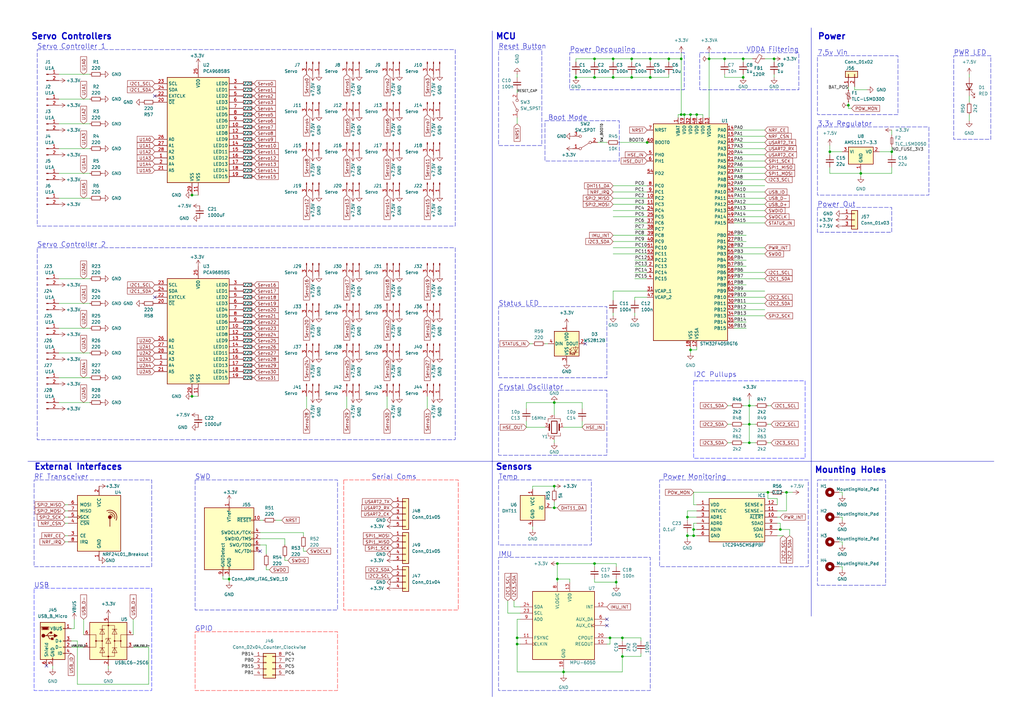
<source format=kicad_sch>
(kicad_sch (version 20230121) (generator eeschema)
  (paper "A3")
  (title_block (title "H.E.X.C.O.R.E v0") (date "2023-11-26"))
  (junction (at 93.98 237.49))
  (junction (at 255.27 261.62))
  (junction (at 228.6 237.49))
  (junction (at 365.76 62.23))
  (junction (at 304.8 24.13))
  (junction (at 236.22 31.75))
  (junction (at 243.84 31.75))
  (junction (at 307.34 166.37))
  (junction (at 284.48 219.71))
  (junction (at 212.09 264.16))
  (junction (at 274.32 24.13))
  (junction (at 347.98 43.18))
  (junction (at 227.33 165.1))
  (junction (at 304.8 31.75))
  (junction (at 307.34 181.61))
  (junction (at 283.21 46.99))
  (junction (at 281.94 219.71))
  (junction (at 322.58 201.93))
  (junction (at 290.83 24.13))
  (junction (at 281.94 212.09))
  (junction (at 259.08 31.75))
  (junction (at 228.6 231.14))
  (junction (at 78.74 162.56))
  (junction (at 227.33 208.28))
  (junction (at 212.09 261.62))
  (junction (at 279.4 24.13))
  (junction (at 266.7 24.13))
  (junction (at 252.73 238.76))
  (junction (at 227.33 199.39))
  (junction (at 280.67 46.99))
  (junction (at 340.36 62.23))
  (junction (at 265.43 58.42))
  (junction (at 231.14 275.59))
  (junction (at 283.21 143.51))
  (junction (at 251.46 31.75))
  (junction (at 285.75 46.99))
  (junction (at 250.19 261.62))
  (junction (at 243.84 24.13))
  (junction (at 320.04 217.17))
  (junction (at 317.5 24.13))
  (junction (at 251.46 24.13))
  (junction (at 259.08 24.13))
  (junction (at 284.48 217.17))
  (junction (at 314.96 201.93))
  (junction (at 297.18 24.13))
  (junction (at 78.74 80.01))
  (junction (at 307.34 173.99))
  (junction (at 353.06 71.12))
  (junction (at 255.27 269.24))
  (junction (at 279.4 46.99))
  (junction (at 243.84 231.14))
  (junction (at 266.7 31.75))
  (no_connect (at 63.5 121.92))
  (no_connect (at 63.5 39.37))
  (no_connect (at 248.92 256.54))
  (no_connect (at 248.92 254))
  (no_connect (at 240.03 140.97))
  (no_connect (at 106.68 226.06))
  (no_connect (at 19.05 273.05))
  (wire (pts (xy 248.92 264.16) (xy 250.19 264.16)))
  (wire (pts (xy 250.19 261.62) (xy 255.27 261.62)))
  (wire (pts (xy 306.07 99.06) (xy 300.99 99.06)))
  (wire (pts (xy 300.99 68.58) (xy 313.69 68.58)))
  (wire (pts (xy 321.31 201.93) (xy 322.58 201.93)))
  (wire (pts (xy 60.96 280.67) (xy 31.75 280.67)))
  (wire (pts (xy 300.99 101.6) (xy 313.69 101.6)))
  (wire (pts (xy 218.44 199.39) (xy 227.33 199.39)))
  (wire (pts (xy 300.99 119.38) (xy 313.69 119.38)))
  (wire (pts (xy 306.07 132.08) (xy 300.99 132.08)))
  (wire (pts (xy 297.18 24.13) (xy 297.18 25.4)))
  (wire (pts (xy 365.76 71.12) (xy 353.06 71.12)))
  (wire (pts (xy 284.48 217.17) (xy 284.48 219.71)))
  (wire (pts (xy 260.35 121.92) (xy 260.35 123.19)))
  (wire (pts (xy 347.98 43.18) (xy 347.98 44.45)))
  (wire (pts (xy 236.22 24.13) (xy 243.84 24.13)))
  (wire (pts (xy 285.75 46.99) (xy 285.75 48.26)))
  (wire (pts (xy 223.52 175.26) (xy 215.9 175.26)))
  (wire (pts (xy 218.44 217.17) (xy 218.44 215.9)))
  (wire (pts (xy 320.04 214.63) (xy 320.04 217.17)))
  (wire (pts (xy 300.99 53.34) (xy 313.69 53.34)))
  (wire (pts (xy 285.75 46.99) (xy 288.29 46.99)))
  (wire (pts (xy 91.44 236.22) (xy 91.44 237.49)))
  (wire (pts (xy 231.14 275.59) (xy 231.14 276.86)))
  (wire (pts (xy 252.73 238.76) (xy 252.73 240.03)))
  (wire (pts (xy 300.99 114.3) (xy 313.69 114.3)))
  (wire (pts (xy 238.76 175.26) (xy 231.14 175.26)))
  (wire (pts (xy 255.27 261.62) (xy 262.89 261.62)))
  (wire (pts (xy 345.44 212.09) (xy 344.17 212.09)))
  (wire (pts (xy 266.7 30.48) (xy 266.7 31.75)))
  (wire (pts (xy 345.44 222.25) (xy 344.17 222.25)))
  (wire (pts (xy 345.44 201.93) (xy 344.17 201.93)))
  (wire (pts (xy 265.43 119.38) (xy 251.46 119.38)))
  (wire (pts (xy 290.83 21.59) (xy 290.83 24.13)))
  (wire (pts (xy 255.27 269.24) (xy 255.27 275.59)))
  (wire (pts (xy 21.59 274.32) (xy 21.59 273.05)))
  (wire (pts (xy 345.44 232.41) (xy 344.17 232.41)))
  (wire (pts (xy 251.46 30.48) (xy 251.46 31.75)))
  (wire (pts (xy 283.21 46.99) (xy 283.21 48.26)))
  (wire (pts (xy 300.99 111.76) (xy 313.69 111.76)))
  (wire (pts (xy 345.44 203.2) (xy 345.44 201.93)))
  (wire (pts (xy 26.67 222.25) (xy 27.94 222.25)))
  (wire (pts (xy 36.83 165.1) (xy 24.13 165.1)))
  (wire (pts (xy 254 58.42) (xy 265.43 58.42)))
  (wire (pts (xy 297.18 31.75) (xy 297.18 30.48)))
  (wire (pts (xy 318.77 207.01) (xy 318.77 204.47)))
  (wire (pts (xy 212.09 261.62) (xy 212.09 264.16)))
  (wire (pts (xy 266.7 24.13) (xy 266.7 25.4)))
  (wire (pts (xy 283.21 142.24) (xy 283.21 143.51)))
  (wire (pts (xy 227.33 199.39) (xy 227.33 200.66)))
  (wire (pts (xy 266.7 24.13) (xy 274.32 24.13)))
  (wire (pts (xy 217.17 140.97) (xy 218.44 140.97)))
  (wire (pts (xy 259.08 31.75) (xy 251.46 31.75)))
  (wire (pts (xy 252.73 231.14) (xy 243.84 231.14)))
  (wire (pts (xy 260.35 109.22) (xy 265.43 109.22)))
  (wire (pts (xy 243.84 24.13) (xy 251.46 24.13)))
  (wire (pts (xy 340.36 59.69) (xy 340.36 62.23)))
  (wire (pts (xy 215.9 165.1) (xy 215.9 167.64)))
  (wire (pts (xy 248.92 261.62) (xy 250.19 261.62)))
  (wire (pts (xy 285.75 214.63) (xy 284.48 214.63)))
  (wire (pts (xy 306.07 109.22) (xy 300.99 109.22)))
  (wire (pts (xy 251.46 101.6) (xy 265.43 101.6)))
  (wire (pts (xy 26.67 209.55) (xy 27.94 209.55)))
  (wire (pts (xy 255.27 275.59) (xy 231.14 275.59)))
  (wire (pts (xy 300.99 121.92) (xy 313.69 121.92)))
  (wire (pts (xy 124.46 226.06) (xy 124.46 224.79)))
  (wire (pts (xy 233.68 237.49) (xy 228.6 237.49)))
  (wire (pts (xy 300.99 66.04) (xy 313.69 66.04)))
  (wire (pts (xy 317.5 30.48) (xy 317.5 31.75)))
  (wire (pts (xy 106.68 220.98) (xy 116.84 220.98)))
  (wire (pts (xy 243.84 231.14) (xy 228.6 231.14)))
  (wire (pts (xy 251.46 86.36) (xy 265.43 86.36)))
  (wire (pts (xy 290.83 24.13) (xy 297.18 24.13)))
  (wire (pts (xy 279.4 24.13) (xy 279.4 46.99)))
  (wire (pts (xy 251.46 31.75) (xy 243.84 31.75)))
  (wire (pts (xy 317.5 24.13) (xy 317.5 25.4)))
  (wire (pts (xy 350.52 36.83) (xy 355.6 36.83)))
  (wire (pts (xy 238.76 165.1) (xy 227.33 165.1)))
  (wire (pts (xy 212.09 264.16) (xy 212.09 275.59)))
  (wire (pts (xy 306.07 134.62) (xy 300.99 134.62)))
  (wire (pts (xy 36.83 134.62) (xy 24.13 134.62)))
  (wire (pts (xy 288.29 46.99) (xy 288.29 48.26)))
  (wire (pts (xy 274.32 24.13) (xy 279.4 24.13)))
  (wire (pts (xy 251.46 24.13) (xy 251.46 25.4)))
  (wire (pts (xy 26.67 219.71) (xy 27.94 219.71)))
  (wire (pts (xy 314.96 201.93) (xy 316.23 201.93)))
  (wire (pts (xy 36.83 50.8) (xy 24.13 50.8)))
  (wire (pts (xy 238.76 172.72) (xy 238.76 175.26)))
  (wire (pts (xy 233.68 238.76) (xy 233.68 237.49)))
  (wire (pts (xy 304.8 30.48) (xy 304.8 31.75)))
  (wire (pts (xy 284.48 214.63) (xy 284.48 217.17)))
  (wire (pts (xy 340.36 62.23) (xy 345.44 62.23)))
  (wire (pts (xy 236.22 25.4) (xy 236.22 24.13)))
  (wire (pts (xy 307.34 163.83) (xy 307.34 166.37)))
  (wire (pts (xy 260.35 91.44) (xy 265.43 91.44)))
  (wire (pts (xy 306.07 96.52) (xy 300.99 96.52)))
  (wire (pts (xy 397.51 39.37) (xy 397.51 41.91)))
  (wire (pts (xy 298.45 166.37) (xy 299.72 166.37)))
  (wire (pts (xy 34.29 254) (xy 34.29 260.35)))
  (wire (pts (xy 266.7 31.75) (xy 259.08 31.75)))
  (wire (pts (xy 318.77 204.47) (xy 314.96 204.47)))
  (wire (pts (xy 175.26 162.56) (xy 175.26 167.64)))
  (wire (pts (xy 228.6 231.14) (xy 228.6 237.49)))
  (wire (pts (xy 36.83 71.12) (xy 24.13 71.12)))
  (wire (pts (xy 227.33 181.61) (xy 227.33 180.34)))
  (wire (pts (xy 208.28 251.46) (xy 213.36 251.46)))
  (wire (pts (xy 284.48 207.01) (xy 285.75 207.01)))
  (wire (pts (xy 158.75 162.56) (xy 158.75 167.64)))
  (wire (pts (xy 106.68 218.44) (xy 124.46 218.44)))
  (wire (pts (xy 251.46 128.27) (xy 251.46 129.54)))
  (wire (pts (xy 318.77 219.71) (xy 321.31 219.71)))
  (wire (pts (xy 251.46 76.2) (xy 265.43 76.2)))
  (wire (pts (xy 300.99 63.5) (xy 313.69 63.5)))
  (wire (pts (xy 347.98 41.91) (xy 347.98 43.18)))
  (wire (pts (xy 210.82 246.38) (xy 210.82 248.92)))
  (wire (pts (xy 300.99 88.9) (xy 313.69 88.9)))
  (wire (pts (xy 306.07 116.84) (xy 300.99 116.84)))
  (wire (pts (xy 300.99 73.66) (xy 313.69 73.66)))
  (wire (pts (xy 353.06 72.39) (xy 353.06 71.12)))
  (wire (pts (xy 31.75 262.89) (xy 29.21 262.89)))
  (wire (pts (xy 36.83 30.48) (xy 24.13 30.48)))
  (wire (pts (xy 279.4 21.59) (xy 279.4 24.13)))
  (wire (pts (xy 266.7 58.42) (xy 265.43 58.42)))
  (wire (pts (xy 231.14 275.59) (xy 231.14 274.32)))
  (wire (pts (xy 322.58 201.93) (xy 325.12 201.93)))
  (wire (pts (xy 36.83 114.3) (xy 24.13 114.3)))
  (wire (pts (xy 280.67 46.99) (xy 279.4 46.99)))
  (wire (pts (xy 212.09 50.8) (xy 212.09 48.26)))
  (wire (pts (xy 300.99 86.36) (xy 313.69 86.36)))
  (wire (pts (xy 318.77 209.55) (xy 322.58 209.55)))
  (wire (pts (xy 93.98 236.22) (xy 93.98 237.49)))
  (wire (pts (xy 218.44 199.39) (xy 218.44 200.66)))
  (wire (pts (xy 304.8 24.13) (xy 308.61 24.13)))
  (wire (pts (xy 125.73 162.56) (xy 125.73 167.64)))
  (wire (pts (xy 314.96 181.61) (xy 316.23 181.61)))
  (wire (pts (xy 365.76 68.58) (xy 365.76 71.12)))
  (polyline (pts (xy 332.74 11.43) (xy 332.74 187.96)) (stroke (width 0) (type solid)))
  (wire (pts (xy 304.8 173.99) (xy 307.34 173.99)))
  (wire (pts (xy 212.09 261.62) (xy 213.36 261.62)))
  (wire (pts (xy 30.48 257.81) (xy 29.21 257.81)))
  (wire (pts (xy 213.36 254) (xy 212.09 254)))
  (wire (pts (xy 110.49 233.68) (xy 109.22 233.68)))
  (wire (pts (xy 265.43 121.92) (xy 260.35 121.92)))
  (wire (pts (xy 281.94 212.09) (xy 285.75 212.09)))
  (wire (pts (xy 300.99 104.14) (xy 313.69 104.14)))
  (wire (pts (xy 300.99 71.12) (xy 313.69 71.12)))
  (wire (pts (xy 36.83 40.64) (xy 24.13 40.64)))
  (wire (pts (xy 285.75 143.51) (xy 285.75 142.24)))
  (wire (pts (xy 347.98 44.45) (xy 349.25 44.45)))
  (wire (pts (xy 307.34 166.37) (xy 309.88 166.37)))
  (wire (pts (xy 259.08 30.48) (xy 259.08 31.75)))
  (polyline (pts (xy 201.93 189.23) (xy 201.93 285.75)) (stroke (width 0) (type solid)))
  (wire (pts (xy 113.03 213.36) (xy 115.57 213.36)))
  (wire (pts (xy 284.48 201.93) (xy 314.96 201.93)))
  (wire (pts (xy 322.58 209.55) (xy 322.58 201.93)))
  (wire (pts (xy 340.36 62.23) (xy 340.36 63.5)))
  (wire (pts (xy 60.96 265.43) (xy 54.61 265.43)))
  (wire (pts (xy 284.48 201.93) (xy 284.48 207.01)))
  (wire (pts (xy 245.11 58.42) (xy 248.92 58.42)))
  (wire (pts (xy 243.84 231.14) (xy 243.84 232.41)))
  (wire (pts (xy 307.34 173.99) (xy 307.34 166.37)))
  (wire (pts (xy 26.67 214.63) (xy 27.94 214.63)))
  (wire (pts (xy 109.22 223.52) (xy 109.22 227.33)))
  (wire (pts (xy 347.98 35.56) (xy 347.98 36.83)))
  (wire (pts (xy 262.89 269.24) (xy 255.27 269.24)))
  (wire (pts (xy 251.46 81.28) (xy 265.43 81.28)))
  (wire (pts (xy 116.84 229.87) (xy 118.11 229.87)))
  (wire (pts (xy 44.45 274.32) (xy 44.45 273.05)))
  (wire (pts (xy 260.35 93.98) (xy 265.43 93.98)))
  (wire (pts (xy 26.67 207.01) (xy 27.94 207.01)))
  (wire (pts (xy 304.8 25.4) (xy 304.8 24.13)))
  (wire (pts (xy 314.96 166.37) (xy 316.23 166.37)))
  (wire (pts (xy 274.32 31.75) (xy 266.7 31.75)))
  (wire (pts (xy 36.83 154.94) (xy 24.13 154.94)))
  (wire (pts (xy 116.84 220.98) (xy 116.84 223.52)))
  (wire (pts (xy 228.6 208.28) (xy 227.33 208.28)))
  (wire (pts (xy 285.75 46.99) (xy 283.21 46.99)))
  (wire (pts (xy 283.21 143.51) (xy 285.75 143.51)))
  (wire (pts (xy 109.22 233.68) (xy 109.22 232.41)))
  (wire (pts (xy 281.94 213.36) (xy 281.94 212.09)))
  (wire (pts (xy 320.04 217.17) (xy 323.85 217.17)))
  (wire (pts (xy 259.08 24.13) (xy 266.7 24.13)))
  (wire (pts (xy 274.32 24.13) (xy 274.32 25.4)))
  (wire (pts (xy 314.96 204.47) (xy 314.96 201.93)))
  (wire (pts (xy 260.35 114.3) (xy 265.43 114.3)))
  (wire (pts (xy 116.84 228.6) (xy 116.84 229.87)))
  (wire (pts (xy 260.35 111.76) (xy 265.43 111.76)))
  (wire (pts (xy 300.99 58.42) (xy 313.69 58.42)))
  (wire (pts (xy 304.8 166.37) (xy 307.34 166.37)))
  (wire (pts (xy 313.69 76.2) (xy 300.99 76.2)))
  (wire (pts (xy 281.94 209.55) (xy 281.94 212.09)))
  (wire (pts (xy 251.46 24.13) (xy 259.08 24.13)))
  (wire (pts (xy 212.09 275.59) (xy 231.14 275.59)))
  (wire (pts (xy 36.83 81.28) (xy 24.13 81.28)))
  (polyline (pts (xy 201.93 189.23) (xy 407.67 189.23)) (stroke (width 0) (type solid)))
  (wire (pts (xy 345.44 223.52) (xy 345.44 222.25)))
  (wire (pts (xy 78.74 80.01) (xy 81.28 80.01)))
  (wire (pts (xy 297.18 24.13) (xy 304.8 24.13)))
  (polyline (pts (xy 11.43 189.23) (xy 201.93 189.23)) (stroke (width 0) (type solid)))
  (wire (pts (xy 262.89 261.62) (xy 262.89 262.89)))
  (wire (pts (xy 283.21 46.99) (xy 280.67 46.99)))
  (wire (pts (xy 227.33 170.18) (xy 227.33 165.1)))
  (wire (pts (xy 223.52 140.97) (xy 224.79 140.97)))
  (wire (pts (xy 307.34 173.99) (xy 307.34 181.61)))
  (wire (pts (xy 36.83 60.96) (xy 24.13 60.96)))
  (wire (pts (xy 307.34 181.61) (xy 309.88 181.61)))
  (wire (pts (xy 107.95 213.36) (xy 106.68 213.36)))
  (wire (pts (xy 278.13 46.99) (xy 278.13 48.26)))
  (wire (pts (xy 210.82 248.92) (xy 213.36 248.92)))
  (polyline (pts (xy 332.74 187.96) (xy 332.74 252.73)))
  (wire (pts (xy 124.46 226.06) (xy 125.73 226.06)))
  (wire (pts (xy 31.75 280.67) (xy 31.75 262.89)))
  (wire (pts (xy 260.35 128.27) (xy 260.35 129.54)))
  (wire (pts (xy 78.74 162.56) (xy 81.28 162.56)))
  (wire (pts (xy 298.45 181.61) (xy 299.72 181.61)))
  (wire (pts (xy 360.68 62.23) (xy 365.76 62.23)))
  (wire (pts (xy 252.73 232.41) (xy 252.73 231.14)))
  (wire (pts (xy 36.83 124.46) (xy 24.13 124.46)))
  (wire (pts (xy 279.4 46.99) (xy 278.13 46.99)))
  (wire (pts (xy 300.99 78.74) (xy 313.69 78.74)))
  (wire (pts (xy 250.19 264.16) (xy 250.19 261.62)))
  (wire (pts (xy 142.24 162.56) (xy 142.24 167.64)))
  (wire (pts (xy 304.8 31.75) (xy 297.18 31.75)))
  (wire (pts (xy 60.96 265.43) (xy 60.96 280.67)))
  (wire (pts (xy 345.44 213.36) (xy 345.44 212.09)))
  (wire (pts (xy 227.33 208.28) (xy 226.06 208.28)))
  (wire (pts (xy 208.28 246.38) (xy 208.28 251.46)))
  (wire (pts (xy 243.84 237.49) (xy 243.84 238.76)))
  (wire (pts (xy 243.84 24.13) (xy 243.84 25.4)))
  (wire (pts (xy 313.69 91.44) (xy 300.99 91.44)))
  (wire (pts (xy 36.83 144.78) (xy 24.13 144.78)))
  (wire (pts (xy 124.46 218.44) (xy 124.46 219.71)))
  (wire (pts (xy 300.99 55.88) (xy 313.69 55.88)))
  (wire (pts (xy 323.85 217.17) (xy 323.85 219.71)))
  (wire (pts (xy 345.44 233.68) (xy 345.44 232.41)))
  (wire (pts (xy 285.75 209.55) (xy 281.94 209.55)))
  (wire (pts (xy 365.76 53.34) (xy 365.76 55.245)))
  (wire (pts (xy 212.09 36.83) (xy 212.09 38.1)))
  (wire (pts (xy 251.46 96.52) (xy 265.43 96.52)))
  (wire (pts (xy 251.46 104.14) (xy 265.43 104.14)))
  (wire (pts (xy 284.48 217.17) (xy 285.75 217.17)))
  (wire (pts (xy 353.06 71.12) (xy 353.06 69.85)))
  (wire (pts (xy 320.04 212.09) (xy 318.77 212.09)))
  (wire (pts (xy 262.89 267.97) (xy 262.89 269.24)))
  (wire (pts (xy 255.27 261.62) (xy 255.27 262.89)))
  (wire (pts (xy 252.73 238.76) (xy 252.73 237.49)))
  (wire (pts (xy 238.76 167.64) (xy 238.76 165.1)))
  (wire (pts (xy 251.46 83.82) (xy 265.43 83.82)))
  (wire (pts (xy 215.9 175.26) (xy 215.9 172.72)))
  (wire (pts (xy 236.22 31.75) (xy 236.22 30.48)))
  (wire (pts (xy 290.83 24.13) (xy 290.83 48.26)))
  (wire (pts (xy 251.46 99.06) (xy 265.43 99.06)))
  (wire (pts (xy 320.04 217.17) (xy 318.77 217.17)))
  (wire (pts (xy 314.96 173.99) (xy 316.23 173.99)))
  (wire (pts (xy 397.51 46.99) (xy 397.51 49.53)))
  (wire (pts (xy 212.09 254) (xy 212.09 261.62)))
  (wire (pts (xy 243.84 238.76) (xy 252.73 238.76)))
  (wire (pts (xy 26.67 212.09) (xy 27.94 212.09)))
  (wire (pts (xy 283.21 143.51) (xy 283.21 144.78)))
  (wire (pts (xy 300.99 124.46) (xy 313.69 124.46)))
  (wire (pts (xy 313.69 24.13) (xy 317.5 24.13)))
  (wire (pts (xy 318.77 214.63) (xy 320.04 214.63)))
  (wire (pts (xy 259.08 24.13) (xy 259.08 25.4)))
  (wire (pts (xy 304.8 181.61) (xy 307.34 181.61)))
  (wire (pts (xy 285.75 219.71) (xy 284.48 219.71)))
  (wire (pts (xy 298.45 173.99) (xy 299.72 173.99)))
  (wire (pts (xy 106.68 223.52) (xy 109.22 223.52)))
  (wire (pts (xy 274.32 30.48) (xy 274.32 31.75)))
  (wire (pts (xy 212.09 264.16) (xy 213.36 264.16)))
  (wire (pts (xy 243.84 30.48) (xy 243.84 31.75)))
  (wire (pts (xy 350.52 36.83) (xy 350.52 35.56)))
  (wire (pts (xy 93.98 237.49) (xy 93.98 238.76)))
  (wire (pts (xy 300.99 129.54) (xy 313.69 129.54)))
  (wire (pts (xy 280.67 46.99) (xy 280.67 48.26)))
  (wire (pts (xy 251.46 88.9) (xy 265.43 88.9)))
  (wire (pts (xy 397.51 31.75) (xy 397.51 30.48)))
  (wire (pts (xy 300.99 83.82) (xy 313.69 83.82)))
  (wire (pts (xy 309.88 173.99) (xy 307.34 173.99)))
  (wire (pts (xy 340.36 71.12) (xy 353.06 71.12)))
  (wire (pts (xy 300.99 81.28) (xy 313.69 81.28)))
  (wire (pts (xy 340.36 68.58) (xy 340.36 71.12)))
  (wire (pts (xy 251.46 119.38) (xy 251.46 123.19)))
  (wire (pts (xy 306.07 106.68) (xy 300.99 106.68)))
  (wire (pts (xy 228.6 237.49) (xy 228.6 238.76)))
  (wire (pts (xy 212.09 30.48) (xy 212.09 31.75)))
  (wire (pts (xy 281.94 219.71) (xy 281.94 220.98)))
  (wire (pts (xy 365.76 60.325) (xy 365.76 62.23)))
  (wire (pts (xy 54.61 254) (xy 54.61 260.35)))
  (wire (pts (xy 227.33 165.1) (xy 215.9 165.1)))
  (polyline (pts (xy 201.93 12.7) (xy 201.93 189.23)) (stroke (width 0) (type solid)))
  (wire (pts (xy 255.27 269.24) (xy 255.27 267.97)))
  (wire (pts (xy 281.94 219.71) (xy 281.94 218.44)))
  (wire (pts (xy 365.76 62.23) (xy 365.76 63.5)))
  (wire (pts (xy 300.99 60.96) (xy 313.69 60.96)))
  (wire (pts (xy 29.21 265.43) (xy 34.29 265.43)))
  (wire (pts (xy 300.99 127) (xy 313.69 127)))
  (wire (pts (xy 227.33 205.74) (xy 227.33 208.28)))
  (wire (pts (xy 91.44 237.49) (xy 93.98 237.49)))
  (wire (pts (xy 251.46 78.74) (xy 265.43 78.74)))
  (wire (pts (xy 30.48 257.81) (xy 30.48 254)))
  (wire (pts (xy 260.35 106.68) (xy 265.43 106.68)))
  (wire (pts (xy 284.48 219.71) (xy 281.94 219.71)))
  (wire (pts (xy 243.84 31.75) (xy 236.22 31.75)))
  (rectangle (start 80.01 196.85) (end 138.43 250.19) (stroke (width 0) (type dash)))
  (rectangle (start 391.16 22.86) (end 406.4 57.15) (stroke (width 0) (type dash)))
  (rectangle (start 335.28 22.86) (end 368.3 46.99) (stroke (width 0) (type dash)))
  (rectangle (start 204.47 20.32) (end 222.25 59.69) (stroke (width 0) (type dash)))
  (rectangle (start 15.24 20.32) (end 186.69 92.71) (stroke (width 0) (type dash)))
  (rectangle (start 335.28 52.07) (end 381 80.01) (stroke (width 0) (type dash)))
  (rectangle (start 204.47 228.6) (end 266.7 283.21) (stroke (width 0) (type dash)))
  (rectangle (start 284.48 156.21) (end 330.2 187.96) (stroke (width 0) (type dash) (color 0 0 255 1)))
  (rectangle (start 204.47 125.73) (end 248.92 154.94) (stroke (width 0) (type dash)))
  (rectangle (start 140.97 196.85) (end 187.96 250.19) (stroke (width 0) (type dash) (color 255 0 0 1)))
  (rectangle (start 270.51 196.85) (end 331.47 232.41) (stroke (width 0) (type dash)))
  (rectangle (start 287.02 21.59) (end 327.66 36.83) (stroke (width 0) (type dash)))
  (rectangle (start 80.01 259.08) (end 138.43 283.21) (stroke (width 0) (type dash) (color 255 0 0 1)))
  (rectangle (start 13.97 241.3) (end 62.23 283.21) (stroke (width 0) (type dash) (color 0 0 255 1)))
  (rectangle (start 204.47 196.85) (end 242.57 223.52) (stroke (width 0) (type dash)))
  (rectangle (start 233.68 21.59) (end 280.67 36.83) (stroke (width 0) (type dash)))
  (rectangle (start 335.28 85.09) (end 365.76 95.25) (stroke (width 0) (type dash)))
  (rectangle (start 13.97 196.85) (end 62.23 232.41) (stroke (width 0) (type dash)))
  (rectangle (start 335.28 196.85) (end 363.22 240.03) (stroke (width 0) (type dash)))
  (rectangle (start 223.52 49.53) (end 254 66.04) (stroke (width 0) (type dash)))
  (rectangle (start 15.24 101.6) (end 186.69 180.34) (stroke (width 0) (type dash)))
  (rectangle (start 204.47 160.02) (end 248.92 186.69) (stroke (width 0) (type dash)))
  (text "Power Out" (at 335.28 85.09 0) (effects (font (size 2 2)) (justify left bottom)))
  (text "Reset Button" (at 204.47 20.32 0) (effects (font (size 2 2)) (justify left bottom)))
  (text "Boot Mode" (at 224.79 49.53 0) (effects (font (size 2 2)) (justify left bottom)))
  (text "SWD" (at 80.01 196.85 0) (effects (font (size 2 2)) (justify left bottom)))
  (text "RF Transceiver" (at 13.97 196.85 0) (effects (font (size 2 2)) (justify left bottom)))
  (text "I2C Pullups" (at 284.48 154.94 0) (effects (font (size 2 2)) (justify left bottom)))
  (text "Power Monitoring" (at 271.78 196.85 0) (effects (font (size 2 2)) (justify left bottom)))
  (text "Crystal Oscillator" (at 204.47 160.02 0) (effects (font (size 2 2)) (justify left bottom)))
  (text "Sensors" (at 203.2 193.04 0) (effects (font (size 2.5 2.5) (thickness 0.5) bold) (justify left bottom)))
  (text "USB" (at 13.97 241.3 0) (effects (font (size 2 2)) (justify left bottom)))
  (text "3.3v Regulator" (at 335.28 52.07 0) (effects (font (size 2 2)) (justify left bottom)))
  (text "Servo Controllers" (at 12.7 16.51 0) (effects (font (size 2.5 2.5) (thickness 0.5) bold) (justify left bottom)))
  (text "PWR LED" (at 391.16 22.86 0) (effects (font (size 2 2)) (justify left bottom)))
  (text "Temp" (at 204.47 196.85 0) (effects (font (size 2 2)) (justify left bottom)))
  (text "VDDA Filtering" (at 327.66 21.59 0) (effects (font (size 2 2)) (justify right bottom)))
  (text "Servo Controller 1" (at 15.24 20.32 0) (effects (font (size 2 2)) (justify left bottom)))
  (text "GPIO" (at 80.01 259.08 0) (effects (font (size 2 2)) (justify left bottom)))
  (text "Power Decoupling" (at 233.68 21.59 0) (effects (font (size 2 2)) (justify left bottom)))
  (text "Serial Coms" (at 152.4 196.85 0) (effects (font (size 2 2)) (justify left bottom)))
  (text "External Interfaces" (at 13.97 193.04 0) (effects (font (size 2.5 2.5) (thickness 0.5) bold) (justify left bottom)))
  (text "7.5v Vin" (at 335.28 22.86 0) (effects (font (size 2 2)) (justify left bottom)))
  (text "Mounting Holes" (at 334.01 194.31 0) (effects (font (size 2.5 2.5) (thickness 0.5) bold) (justify left bottom)))
  (text "Power" (at 335.28 16.51 0) (effects (font (size 2.5 2.5) (thickness 0.5) bold) (justify left bottom)))
  (text "MCU" (at 203.2 16.51 0) (effects (font (size 2.5 2.5) (thickness 0.5) bold) (justify left bottom)))
  (text "Servo Controller 2" (at 15.24 101.6 0) (effects (font (size 2 2)) (justify left bottom)))
  (text "IMU" (at 204.47 228.6 0) (effects (font (size 2 2)) (justify left bottom)))
  (text "Status LED" (at 204.47 125.73 0) (effects (font (size 2 2)) (justify left bottom)))
  (label "PB5" (at 300.99 109.22 0))
  (label "PC8" (at 260.35 96.52 0))
  (label "PC0" (at 260.35 76.2 0))
  (label "BOOT0" (at 257.81 58.42 0))
  (label "PB15" (at 104.14 274.32 180))
  (label "PB13" (at 300.99 129.54 0))
  (label "PB11" (at 300.99 124.46 0))
  (label "PC3" (at 260.35 83.82 0))
  (label "PC4" (at 116.84 269.24 0))
  (label "PB15" (at 300.99 134.62 0))
  (label "RESET_CAP" (at 212.09 38.1 0) (effects (font (size 1 1))))
  (label "PC4" (at 260.35 86.36 0))
  (label "PB1" (at 104.14 276.86 180))
  (label "PA12" (at 300.99 83.82 0))
  (label "PA2" (at 300.99 58.42 0))
  (label "PB1" (at 300.99 99.06 0))
  (label "PA6" (at 300.99 68.58 0))
  (label "PA5" (at 300.99 66.04 0))
  (label "PA4" (at 300.99 63.5 0))
  (label "PC10" (at 260.35 101.6 0))
  (label "PC9" (at 260.35 99.06 0))
  (label "PB14" (at 300.99 132.08 0))
  (label "PA10" (at 300.99 78.74 0))
  (label "PA9" (at 300.99 76.2 0))
  (label "PC2" (at 260.35 81.28 0))
  (label "PC15" (at 260.35 114.3 0))
  (label "USB_ESD_D-" (at 29.21 265.43 0) (effects (font (size 0.7 0.7))))
  (label "PB8" (at 300.99 116.84 0))
  (label "PA8" (at 300.99 73.66 0))
  (label "PA13" (at 300.99 86.36 0))
  (label "PA3" (at 300.99 60.96 0))
  (label "PB3" (at 300.99 104.14 0))
  (label "PA15" (at 300.99 91.44 0))
  (label "PA1" (at 300.99 55.88 0))
  (label "USB_ESD_D+" (at 54.61 265.43 0) (effects (font (size 0.7 0.7))))
  (label "PB7" (at 300.99 114.3 0))
  (label "PC1" (at 260.35 78.74 0))
  (label "PC6" (at 116.84 276.86 0))
  (label "PC6" (at 260.35 91.44 0))
  (label "PC5" (at 260.35 88.9 0))
  (label "SW_BOOT0" (at 247.65 58.42 90) (effects (font (size 1 1))))
  (label "PC7" (at 260.35 93.98 0))
  (label "PB4" (at 300.99 106.68 0))
  (label "PC14" (at 260.35 111.76 0))
  (label "PB6" (at 300.99 111.76 0))
  (label "PB14" (at 104.14 269.24 180))
  (label "PC7" (at 116.84 271.78 0))
  (label "NO_FUSE_3V3" (at 365.76 62.23 0))
  (label "PB9" (at 300.99 119.38 0))
  (label "BAT_POS" (at 347.98 36.83 180))
  (label "PC13" (at 260.35 109.22 0))
  (label "PA14" (at 300.99 88.9 0))
  (label "PB10" (at 300.99 121.92 0))
  (label "PC11" (at 260.35 104.14 0))
  (label "PA7" (at 300.99 71.12 0))
  (label "PB0" (at 104.14 271.78 180))
  (label "PC12" (at 260.35 106.68 0))
  (label "PA11" (at 300.99 81.28 0))
  (label "PA0" (at 300.99 53.34 0))
  (label "PB2" (at 300.99 101.6 0))
  (label "PB12" (at 300.99 127 0))
  (label "PB0" (at 300.99 96.52 0))
  (label "PC5" (at 116.84 274.32 0))
  (global_label "SWDIO" (shape input) (at 118.11 229.87 0) (property "Intersheetrefs" "${INTERSHEET_REFS}" (effects hide)))
  (global_label "U2A4" (shape input) (at 34.29 154.94 90) (property "Intersheetrefs" "${INTERSHEET_REFS}" (effects hide)))
  (global_label "Servo6" (shape input) (at 158.75 46.99 270) (property "Intersheetrefs" "${INTERSHEET_REFS}" (effects hide)))
  (global_label "I2C1_SDA" (shape input) (at 313.69 114.3 0) (property "Intersheetrefs" "${INTERSHEET_REFS}" (effects hide)))
  (global_label "Servo19" (shape input) (at 175.26 113.03 270) (property "Intersheetrefs" "${INTERSHEET_REFS}" (effects hide)))
  (global_label "U2A1" (shape input) (at 34.29 124.46 90) (property "Intersheetrefs" "${INTERSHEET_REFS}" (effects hide)))
  (global_label "PWR_INT" (shape input) (at 313.69 101.6 0) (property "Intersheetrefs" "${INTERSHEET_REFS}" (effects hide)))
  (global_label "I2C1_SCL" (shape input) (at 63.5 116.84 180) (property "Intersheetrefs" "${INTERSHEET_REFS}" (effects hide)))
  (global_label "U2A0" (shape input) (at 63.5 139.7 180) (property "Intersheetrefs" "${INTERSHEET_REFS}" (effects hide)))
  (global_label "HSE_OUT" (shape input) (at 215.9 175.26 180) (property "Intersheetrefs" "${INTERSHEET_REFS}" (effects hide)))
  (global_label "Servo25" (shape input) (at 142.24 146.05 270) (property "Intersheetrefs" "${INTERSHEET_REFS}" (effects hide)))
  (global_label "I2C3_SDA" (shape input) (at 298.45 181.61 180) (property "Intersheetrefs" "${INTERSHEET_REFS}" (effects hide)))
  (global_label "IMU_INT" (shape input) (at 248.92 248.92 0) (property "Intersheetrefs" "${INTERSHEET_REFS}" (effects hide)))
  (global_label "USB_D+" (shape input) (at 313.69 83.82 0) (property "Intersheetrefs" "${INTERSHEET_REFS}" (effects hide)))
  (global_label "U2A5" (shape input) (at 34.29 165.1 90) (property "Intersheetrefs" "${INTERSHEET_REFS}" (effects hide)))
  (global_label "Servo1" (shape input) (at 142.24 30.48 270) (property "Intersheetrefs" "${INTERSHEET_REFS}" (effects hide)))
  (global_label "HSE_IN" (shape input) (at 265.43 63.5 180) (property "Intersheetrefs" "${INTERSHEET_REFS}" (effects hide)))
  (global_label "Servo14" (shape input) (at 104.14 69.85 0) (property "Intersheetrefs" "${INTERSHEET_REFS}" (effects hide)))
  (global_label "USART2_RX" (shape input) (at 161.29 208.28 180) (property "Intersheetrefs" "${INTERSHEET_REFS}" (effects hide)))
  (global_label "Servo18" (shape input) (at 158.75 113.03 270) (property "Intersheetrefs" "${INTERSHEET_REFS}" (effects hide)))
  (global_label "USART2_TX" (shape input) (at 161.29 205.74 180) (property "Intersheetrefs" "${INTERSHEET_REFS}" (effects hide)))
  (global_label "U1A3" (shape input) (at 63.5 64.77 180) (property "Intersheetrefs" "${INTERSHEET_REFS}" (effects hide)))
  (global_label "Servo27" (shape input) (at 175.26 146.05 270) (property "Intersheetrefs" "${INTERSHEET_REFS}" (effects hide)))
  (global_label "Servo18" (shape input) (at 104.14 121.92 0) (property "Intersheetrefs" "${INTERSHEET_REFS}" (effects hide)))
  (global_label "I2C1_SDA" (shape input) (at 63.5 119.38 180) (property "Intersheetrefs" "${INTERSHEET_REFS}" (effects hide)))
  (global_label "U1A3" (shape input) (at 34.29 60.96 90) (property "Intersheetrefs" "${INTERSHEET_REFS}" (effects hide)))
  (global_label "SPI1_MOSI" (shape input) (at 161.29 219.71 180) (property "Intersheetrefs" "${INTERSHEET_REFS}" (effects hide)))
  (global_label "NRF_IRQ" (shape input) (at 251.46 78.74 180) (property "Intersheetrefs" "${INTERSHEET_REFS}" (effects hide)))
  (global_label "U2A4" (shape input) (at 63.5 149.86 180) (property "Intersheetrefs" "${INTERSHEET_REFS}" (effects hide)))
  (global_label "Servo8" (shape input) (at 125.73 63.5 270) (property "Intersheetrefs" "${INTERSHEET_REFS}" (effects hide)))
  (global_label "I2C1_SCL" (shape input) (at 316.23 166.37 0) (property "Intersheetrefs" "${INTERSHEET_REFS}" (effects hide)))
  (global_label "Servo24" (shape input) (at 125.73 146.05 270) (property "Intersheetrefs" "${INTERSHEET_REFS}" (effects hide)))
  (global_label "U2A2" (shape input) (at 63.5 144.78 180) (property "Intersheetrefs" "${INTERSHEET_REFS}" (effects hide)))
  (global_label "I2C3_SDA" (shape input) (at 251.46 99.06 180) (property "Intersheetrefs" "${INTERSHEET_REFS}" (effects hide)))
  (global_label "U1A1" (shape input) (at 63.5 59.69 180) (property "Intersheetrefs" "${INTERSHEET_REFS}" (effects hide)))
  (global_label "Servo17" (shape input) (at 104.14 119.38 0) (property "Intersheetrefs" "${INTERSHEET_REFS}" (effects hide)))
  (global_label "SPI2_MISO" (shape input) (at 26.67 207.01 180) (property "Intersheetrefs" "${INTERSHEET_REFS}" (effects hide)))
  (global_label "NRST" (shape input) (at 212.09 50.8 270) (property "Intersheetrefs" "${INTERSHEET_REFS}" (effects hide)))
  (global_label "Servo28" (shape input) (at 125.73 167.64 270) (property "Intersheetrefs" "${INTERSHEET_REFS}" (effects hide)))
  (global_label "SPI1_MISO" (shape input) (at 313.69 68.58 0) (property "Intersheetrefs" "${INTERSHEET_REFS}" (effects hide)))
  (global_label "U1A2" (shape input) (at 34.29 50.8 90) (property "Intersheetrefs" "${INTERSHEET_REFS}" (effects hide)))
  (global_label "SPI2_MOSI" (shape input) (at 26.67 209.55 180) (property "Intersheetrefs" "${INTERSHEET_REFS}" (effects hide)))
  (global_label "Servo12" (shape input) (at 104.14 64.77 0) (property "Intersheetrefs" "${INTERSHEET_REFS}" (effects hide)))
  (global_label "Servo3" (shape input) (at 175.26 30.48 270) (property "Intersheetrefs" "${INTERSHEET_REFS}" (effects hide)))
  (global_label "Servo27" (shape input) (at 104.14 144.78 0) (property "Intersheetrefs" "${INTERSHEET_REFS}" (effects hide)))
  (global_label "I2C3_SDA" (shape input) (at 210.82 246.38 90) (property "Intersheetrefs" "${INTERSHEET_REFS}" (effects hide)))
  (global_label "Servo21" (shape input) (at 104.14 129.54 0) (property "Intersheetrefs" "${INTERSHEET_REFS}" (effects hide)))
  (global_label "I2C2_SCL" (shape input) (at 161.29 236.22 180) (property "Intersheetrefs" "${INTERSHEET_REFS}" (effects hide)))
  (global_label "I2C3_SCL" (shape input) (at 313.69 73.66 0) (property "Intersheetrefs" "${INTERSHEET_REFS}" (effects hide)))
  (global_label "USB_D-" (shape input) (at 34.29 254 90) (property "Intersheetrefs" "${INTERSHEET_REFS}" (effects hide)))
  (global_label "Servo30" (shape input) (at 104.14 152.4 0) (property "Intersheetrefs" "${INTERSHEET_REFS}" (effects hide)))
  (global_label "U1A0" (shape input) (at 34.29 30.48 90) (property "Intersheetrefs" "${INTERSHEET_REFS}" (effects hide)))
  (global_label "Servo16" (shape input) (at 125.73 113.03 270) (property "Intersheetrefs" "${INTERSHEET_REFS}" (effects hide)))
  (global_label "U2A3" (shape input) (at 34.29 144.78 90) (property "Intersheetrefs" "${INTERSHEET_REFS}" (effects hide)))
  (global_label "Servo22" (shape input) (at 104.14 132.08 0) (property "Intersheetrefs" "${INTERSHEET_REFS}" (effects hide)))
  (global_label "Servo28" (shape input) (at 104.14 147.32 0) (property "Intersheetrefs" "${INTERSHEET_REFS}" (effects hide)))
  (global_label "I2C3_SCL" (shape input) (at 208.28 246.38 90) (property "Intersheetrefs" "${INTERSHEET_REFS}" (effects hide)))
  (global_label "I2C2_SDA" (shape input) (at 313.69 124.46 0) (property "Intersheetrefs" "${INTERSHEET_REFS}" (effects hide)))
  (global_label "Servo0" (shape input) (at 104.14 34.29 0) (property "Intersheetrefs" "${INTERSHEET_REFS}" (effects hide)))
  (global_label "NRF_CE" (shape input) (at 26.67 219.71 180) (property "Intersheetrefs" "${INTERSHEET_REFS}" (effects hide)))
  (global_label "Servo0" (shape input) (at 125.73 30.48 270) (property "Intersheetrefs" "${INTERSHEET_REFS}" (effects hide)))
  (global_label "I2C2_SCL" (shape input) (at 321.31 219.71 270) (property "Intersheetrefs" "${INTERSHEET_REFS}" (effects hide)))
  (global_label "U2A0" (shape input) (at 34.29 114.3 90) (property "Intersheetrefs" "${INTERSHEET_REFS}" (effects hide)))
  (global_label "Servo13" (shape input) (at 142.24 80.01 270) (property "Intersheetrefs" "${INTERSHEET_REFS}" (effects hide)))
  (global_label "U1A5" (shape input) (at 34.29 81.28 90) (property "Intersheetrefs" "${INTERSHEET_REFS}" (effects hide)))
  (global_label "Servo6" (shape input) (at 104.14 49.53 0) (property "Intersheetrefs" "${INTERSHEET_REFS}" (effects hide)))
  (global_label "U2A1" (shape input) (at 63.5 142.24 180) (property "Intersheetrefs" "${INTERSHEET_REFS}" (effects hide)))
  (global_label "Servo22" (shape input) (at 158.75 129.54 270) (property "Intersheetrefs" "${INTERSHEET_REFS}" (effects hide)))
  (global_label "NRF_CE" (shape input) (at 313.69 53.34 0) (property "Intersheetrefs" "${INTERSHEET_REFS}" (effects hide)))
  (global_label "Servo31" (shape input) (at 104.14 154.94 0) (property "Intersheetrefs" "${INTERSHEET_REFS}" (effects hide)))
  (global_label "I2C1_SCL" (shape input) (at 63.5 34.29 180) (property "Intersheetrefs" "${INTERSHEET_REFS}" (effects hide)))
  (global_label "NRST" (shape input) (at 265.43 53.34 180) (property "Intersheetrefs" "${INTERSHEET_REFS}" (effects hide)))
  (global_label "Servo29" (shape input) (at 104.14 149.86 0) (property "Intersheetrefs" "${INTERSHEET_REFS}" (effects hide)))
  (global_label "SPI2_MOSI" (shape input) (at 251.46 83.82 180) (property "Intersheetrefs" "${INTERSHEET_REFS}" (effects hide)))
  (global_label "SWDCLK" (shape input) (at 125.73 226.06 0) (property "Intersheetrefs" "${INTERSHEET_REFS}" (effects hide)))
  (global_label "SWDCLK" (shape input) (at 313.69 88.9 0) (property "Intersheetrefs" "${INTERSHEET_REFS}" (effects hide)))
  (global_label "USART2_CK" (shape input) (at 313.69 63.5 0) (property "Intersheetrefs" "${INTERSHEET_REFS}" (effects hide)))
  (global_label "I2C1_SDA" (shape input) (at 63.5 36.83 180) (property "Intersheetrefs" "${INTERSHEET_REFS}" (effects hide)))
  (global_label "I2C1_SCL" (shape input) (at 313.69 111.76 0) (property "Intersheetrefs" "${INTERSHEET_REFS}" (effects hide)))
  (global_label "NRST" (shape input) (at 115.57 213.36 0) (property "Intersheetrefs" "${INTERSHEET_REFS}" (effects hide)))
  (global_label "Servo14" (shape input) (at 158.75 80.01 270) (property "Intersheetrefs" "${INTERSHEET_REFS}" (effects hide)))
  (global_label "Servo20" (shape input) (at 104.14 127 0) (property "Intersheetrefs" "${INTERSHEET_REFS}" (effects hide)))
  (global_label "Servo15" (shape input) (at 175.26 80.01 270) (property "Intersheetrefs" "${INTERSHEET_REFS}" (effects hide)))
  (global_label "USB_D-" (shape input) (at 313.69 81.28 0) (property "Intersheetrefs" "${INTERSHEET_REFS}" (effects hide)))
  (global_label "SWDIO" (shape input) (at 313.69 86.36 0) (property "Intersheetrefs" "${INTERSHEET_REFS}" (effects hide)))
  (global_label "Servo20" (shape input) (at 125.73 129.54 270) (property "Intersheetrefs" "${INTERSHEET_REFS}" (effects hide)))
  (global_label "Servo24" (shape input) (at 104.14 137.16 0) (property "Intersheetrefs" "${INTERSHEET_REFS}" (effects hide)))
  (global_label "Servo30" (shape input) (at 158.75 167.64 270) (property "Intersheetrefs" "${INTERSHEET_REFS}" (effects hide)))
  (global_label "Servo25" (shape input) (at 104.14 139.7 0) (property "Intersheetrefs" "${INTERSHEET_REFS}" (effects hide)))
  (global_label "STATUS_IN" (shape input) (at 217.17 140.97 180) (property "Intersheetrefs" "${INTERSHEET_REFS}" (effects hide)))
  (global_label "Servo19" (shape input) (at 104.14 124.46 0) (property "Intersheetrefs" "${INTERSHEET_REFS}" (effects hide)))
  (global_label "DHT11_DA" (shape input) (at 228.6 208.28 0) (property "Intersheetrefs" "${INTERSHEET_REFS}" (effects hide)))
  (global_label "SPI2_SCK" (shape input) (at 313.69 129.54 0) (property "Intersheetrefs" "${INTERSHEET_REFS}" (effects hide)))
  (global_label "U2A2" (shape input) (at 34.29 134.62 90) (property "Intersheetrefs" "${INTERSHEET_REFS}" (effects hide)))
  (global_label "I2C3_SCL" (shape input) (at 316.23 181.61 0) (property "Intersheetrefs" "${INTERSHEET_REFS}" (effects hide)))
  (global_label "U1A4" (shape input) (at 34.29 71.12 90) (property "Intersheetrefs" "${INTERSHEET_REFS}" (effects hide)))
  (global_label "I2C2_SDA" (shape input) (at 161.29 233.68 180) (property "Intersheetrefs" "${INTERSHEET_REFS}" (effects hide)))
  (global_label "I2C2_SCL" (shape input) (at 313.69 121.92 0) (property "Intersheetrefs" "${INTERSHEET_REFS}" (effects hide)))
  (global_label "Servo31" (shape input) (at 175.26 167.64 270) (property "Intersheetrefs" "${INTERSHEET_REFS}" (effects hide)))
  (global_label "SPI1_SCK" (shape input) (at 313.69 66.04 0) (property "Intersheetrefs" "${INTERSHEET_REFS}" (effects hide)))
  (global_label "USART2_CK" (shape input) (at 161.29 210.82 180) (property "Intersheetrefs" "${INTERSHEET_REFS}" (effects hide)))
  (global_label "Servo2" (shape input) (at 158.75 30.48 270) (property "Intersheetrefs" "${INTERSHEET_REFS}" (effects hide)))
  (global_label "U1A5" (shape input) (at 63.5 69.85 180) (property "Intersheetrefs" "${INTERSHEET_REFS}" (effects hide)))
  (global_label "Servo4" (shape input) (at 125.73 46.99 270) (property "Intersheetrefs" "${INTERSHEET_REFS}" (effects hide)))
  (global_label "Servo9" (shape input) (at 104.14 57.15 0) (property "Intersheetrefs" "${INTERSHEET_REFS}" (effects hide)))
  (global_label "Servo23" (shape input) (at 104.14 134.62 0) (property "Intersheetrefs" "${INTERSHEET_REFS}" (effects hide)))
  (global_label "HSE_OUT" (shape input) (at 265.43 66.04 180) (property "Intersheetrefs" "${INTERSHEET_REFS}" (effects hide)))
  (global_label "Servo26" (shape input) (at 104.14 142.24 0) (property "Intersheetrefs" "${INTERSHEET_REFS}" (effects hide)))
  (global_label "SPI2_SCK" (shape input) (at 26.67 212.09 180) (property "Intersheetrefs" "${INTERSHEET_REFS}" (effects hide)))
  (global_label "POW_MON" (shape input) (at 284.48 201.93 180) (property "Intersheetrefs" "${INTERSHEET_REFS}" (effects hide)))
  (global_label "Servo7" (shape input) (at 104.14 52.07 0) (property "Intersheetrefs" "${INTERSHEET_REFS}" (effects hide)))
  (global_label "USB_ID" (shape input) (at 29.21 267.97 270) (property "Intersheetrefs" "${INTERSHEET_REFS}" (effects hide)))
  (global_label "I2C1_SDA" (shape input) (at 298.45 166.37 180) (property "Intersheetrefs" "${INTERSHEET_REFS}" (effects hide)))
  (global_label "USART2_TX" (shape input) (at 313.69 58.42 0) (property "Intersheetrefs" "${INTERSHEET_REFS}" (effects hide)))
  (global_label "NRF_IRQ" (shape input) (at 26.67 222.25 180) (property "Intersheetrefs" "${INTERSHEET_REFS}" (effects hide)))
  (global_label "Servo16" (shape input) (at 104.14 116.84 0) (property "Intersheetrefs" "${INTERSHEET_REFS}" (effects hide)))
  (global_label "Servo15" (shape input) (at 104.14 72.39 0) (property "Intersheetrefs" "${INTERSHEET_REFS}" (effects hide)))
  (global_label "DHT11_DA" (shape input) (at 251.46 76.2 180) (property "Intersheetrefs" "${INTERSHEET_REFS}" (effects hide)))
  (global_label "I2C2_SDA" (shape input) (at 298.45 173.99 180) (property "Intersheetrefs" "${INTERSHEET_REFS}" (effects hide)))
  (global_label "Servo13" (shape input) (at 104.14 67.31 0) (property "Intersheetrefs" "${INTERSHEET_REFS}" (effects hide)))
  (global_label "U2A5" (shape input) (at 63.5 152.4 180) (property "Intersheetrefs" "${INTERSHEET_REFS}" (effects hide)))
  (global_label "SPI1_MISO" (shape input) (at 161.29 222.25 180) (property "Intersheetrefs" "${INTERSHEET_REFS}" (effects hide)))
  (global_label "USB_D+" (shape input) (at 54.61 254 90) (property "Intersheetrefs" "${INTERSHEET_REFS}" (effects hide)))
  (global_label "SWDO" (shape input) (at 110.49 233.68 0) (property "Intersheetrefs" "${INTERSHEET_REFS}" (effects hide)))
  (global_label "Servo26" (shape input) (at 158.75 146.05 270) (property "Intersheetrefs" "${INTERSHEET_REFS}" (effects hide)))
  (global_label "IMU_INT" (shape input) (at 251.46 96.52 180) (property "Intersheetrefs" "${INTERSHEET_REFS}" (effects hide)))
  (global_label "U1A4" (shape input) (at 63.5 67.31 180) (property "Intersheetrefs" "${INTERSHEET_REFS}" (effects hide)))
  (global_label "Servo3" (shape input) (at 104.14 41.91 0) (property "Intersheetrefs" "${INTERSHEET_REFS}" (effects hide)))
  (global_label "Servo2" (shape input) (at 104.14 39.37 0) (property "Intersheetrefs" "${INTERSHEET_REFS}" (effects hide)))
  (global_label "Servo5" (shape input) (at 104.14 46.99 0) (property "Intersheetrefs" "${INTERSHEET_REFS}" (effects hide)))
  (global_label "PWR_INT" (shape input) (at 320.04 212.09 0) (property "Intersheetrefs" "${INTERSHEET_REFS}" (effects hide)))
  (global_label "USART2_RX" (shape input) (at 313.69 60.96 0) (property "Intersheetrefs" "${INTERSHEET_REFS}" (effects hide)))
  (global_label "Servo4" (shape input) (at 104.14 44.45 0) (property "Intersheetrefs" "${INTERSHEET_REFS}" (effects hide)))
  (global_label "I2C2_SCL" (shape input) (at 316.23 173.99 0) (property "Intersheetrefs" "${INTERSHEET_REFS}" (effects hide)))
  (global_label "HSE_IN" (shape input) (at 238.76 175.26 0) (property "Intersheetrefs" "${INTERSHEET_REFS}" (effects hide)))
  (global_label "Servo11" (shape input) (at 104.14 62.23 0) (property "Intersheetrefs" "${INTERSHEET_REFS}" (effects hide)))
  (global_label "Servo29" (shape input) (at 142.24 167.64 270) (property "Intersheetrefs" "${INTERSHEET_REFS}" (effects hide)))
  (global_label "NRF_CSN" (shape input) (at 313.69 55.88 0) (property "Intersheetrefs" "${INTERSHEET_REFS}" (effects hide)))
  (global_label "STATUS_IN" (shape input) (at 313.69 91.44 0) (property "Intersheetrefs" "${INTERSHEET_REFS}" (effects hide)))
  (global_label "SPI1_MOSI" (shape input) (at 313.69 71.12 0) (property "Intersheetrefs" "${INTERSHEET_REFS}" (effects hide)))
  (global_label "Servo23" (shape input) (at 175.26 129.54 270) (property "Intersheetrefs" "${INTERSHEET_REFS}" (effects hide)))
  (global_label "NRF_CSN" (shape input) (at 26.67 214.63 180) (property "Intersheetrefs" "${INTERSHEET_REFS}" (effects hide)))
  (global_label "SPI2_MISO" (shape input) (at 251.46 81.28 180) (property "Intersheetrefs" "${INTERSHEET_REFS}" (effects hide)))
  (global_label "Servo10" (shape input) (at 158.75 63.5 270) (property "Intersheetrefs" "${INTERSHEET_REFS}" (effects hide)))
  (global_label "POW_MON" (shape input) (at 349.25 44.45 0) (property "Intersheetrefs" "${INTERSHEET_REFS}" (effects hide)))
  (global_label "Servo17" (shape input) (at 142.24 113.03 270) (property "Intersheetrefs" "${INTERSHEET_REFS}" (effects hide)))
  (global_label "Servo11" (shape input) (at 175.26 63.5 270) (property "Intersheetrefs" "${INTERSHEET_REFS}" (effects hide)))
  (global_label "Servo5" (shape input) (at 142.24 46.99 270) (property "Intersheetrefs" "${INTERSHEET_REFS}" (effects hide)))
  (global_label "Servo8" (shape input) (at 104.14 54.61 0) (property "Intersheetrefs" "${INTERSHEET_REFS}" (effects hide)))
  (global_label "SWDO" (shape input) (at 313.69 104.14 0) (property "Intersheetrefs" "${INTERSHEET_REFS}" (effects hide)))
  (global_label "Servo1" (shape input) (at 104.14 36.83 0) (property "Intersheetrefs" "${INTERSHEET_REFS}" (effects hide)))
  (global_label "USB_ID" (shape input) (at 313.69 78.74 0) (property "Intersheetrefs" "${INTERSHEET_REFS}" (effects hide)))
  (global_label "U2A3" (shape input) (at 63.5 147.32 180) (property "Intersheetrefs" "${INTERSHEET_REFS}" (effects hide)))
  (global_label "Servo7" (shape input) (at 175.26 46.99 270) (property "Intersheetrefs" "${INTERSHEET_REFS}" (effects hide)))
  (global_label "U1A1" (shape input) (at 34.29 40.64 90) (property "Intersheetrefs" "${INTERSHEET_REFS}" (effects hide)))
  (global_label "Servo10" (shape input) (at 104.14 59.69 0) (property "Intersheetrefs" "${INTERSHEET_REFS}" (effects hide)))
  (global_label "SPI1_SCK" (shape input) (at 161.29 224.79 180) (property "Intersheetrefs" "${INTERSHEET_REFS}" (effects hide)))
  (global_label "I2C2_SDA" (shape input) (at 323.85 219.71 270) (property "Intersheetrefs" "${INTERSHEET_REFS}" (effects hide)))
  (global_label "Servo21" (shape input) (at 142.24 129.54 270) (property "Intersheetrefs" "${INTERSHEET_REFS}" (effects hide)))
  (global_label "U1A2" (shape input) (at 63.5 62.23 180) (property "Intersheetrefs" "${INTERSHEET_REFS}" (effects hide)))
  (global_label "Servo12" (shape input) (at 125.73 80.01 270) (property "Intersheetrefs" "${INTERSHEET_REFS}" (effects hide)))
  (global_label "U1A0" (shape input) (at 63.5 57.15 180) (property "Intersheetrefs" "${INTERSHEET_REFS}" (effects hide)))
  (global_label "Servo9" (shape input) (at 142.24 63.5 270) (property "Intersheetrefs" "${INTERSHEET_REFS}" (effects hide)))
  (symbol (lib_id "power:GND") (at 147.32 146.05 0) (unit 1)
    (property "Reference" "#PWR0163" (effects hide))
    (property "Value" "GND" (at 147.32 152.4 90))
  )
  (symbol (lib_id "Driver_LED:PCA9685BS") (at 81.28 52.07 0) (unit 1)
    (property "Reference" "U2" (at 83.2359 26.67 0) (effects (justify left)))
    (property "Value" "PCA9685BS" (at 83.2359 29.21 0) (effects (justify left)))
    (property "Footprint" "Package_DFN_QFN:QFN-28-1EP_6x6mm_P0.65mm_EP4.25x4.25mm" (effects hide))
    (property "Datasheet" "http://www.nxp.com/documents/data_sheet/PCA9685.pdf" (effects hide))
    (property "LCSC Part" "C5191634" (effects hide))
  )
  (symbol (lib_id "power:+7.5V") (at 81.28 170.18 90) (unit 1)
    (property "Reference" "#PWR011" (effects hide))
    (property "Value" "+7.5V" (at 74.93 170.18 90))
  )
  (symbol (lib_id "Connector:Conn_01x03_Pin") (at 128.27 124.46 270) (unit 1)
    (property "Reference" "J33" (at 121.92 125.73 90))
    (property "Value" "Servo" (at 119.38 128.27 90))
    (property "Footprint" "Connector_PinHeader_2.54mm:PinHeader_1x03_P2.54mm_Vertical" (effects hide))
  )
  (symbol (lib_id "power:+7.5V") (at 144.78 30.48 180) (unit 1)
    (property "Reference" "#PWR0194" (effects hide))
    (property "Value" "+7.5V" (at 144.78 36.83 90))
  )
  (symbol (lib_id "power:GND") (at 252.73 240.03 0) (unit 1)
    (property "Reference" "#PWR0112" (effects hide))
    (property "Value" "GND" (at 252.73 243.84 0))
  )
  (symbol (lib_id "Device:R_Small") (at 101.6 137.16 270) (unit 1)
    (property "Reference" "R37" (effects hide))
    (property "Value" "220" (at 101.6 137.16 90))
    (property "Footprint" "Resistor_SMD:R_0201_0603Metric" (effects hide))
  )
  (symbol (lib_id "power:GND") (at 397.51 49.53 0) (unit 1)
    (property "Reference" "#PWR0120" (effects hide))
    (property "Value" "GND" (at 397.51 54.61 0))
  )
  (symbol (lib_id "power:GND") (at 41.91 50.8 90) (unit 1)
    (property "Reference" "#PWR0199" (effects hide))
    (property "Value" "GND" (at 45.72 50.8 90) (effects (justify right)))
  )
  (symbol (lib_id "Device:C_Small") (at 238.76 170.18 180) (unit 1)
    (property "Reference" "C14" (at 236.22 171.45 0) (effects (justify left)))
    (property "Value" "10p" (at 236.22 168.91 0) (effects (justify left)))
    (property "Footprint" "Capacitor_SMD:C_0201_0603Metric" (effects hide))
  )
  (symbol (lib_id "Connector:Conn_01x02_Pin") (at 19.05 50.8 0) (unit 1)
    (property "Reference" "J3" (at 19.685 45.72 0))
    (property "Value" "U1A" (at 20.32 48.26 0))
    (property "Footprint" "Connector_PinHeader_2.54mm:PinHeader_1x02_P2.54mm_Vertical" (effects hide))
  )
  (symbol (lib_id "Device:R_Small") (at 101.6 134.62 270) (unit 1)
    (property "Reference" "R36" (effects hide))
    (property "Value" "220" (at 101.6 134.62 90))
    (property "Footprint" "Resistor_SMD:R_0201_0603Metric" (effects hide))
  )
  (symbol (lib_id "Power_Protection:USBLC6-2SC6") (at 44.45 262.89 0) (unit 1)
    (property "Reference" "U5" (at 49.53 254 0) (effects (justify left)))
    (property "Value" "USBLC6-2SC6" (at 46.99 271.78 0) (effects (justify left)))
    (property "Footprint" "Package_TO_SOT_SMD:SOT-23-6" (effects hide))
    (property "Datasheet" "https://www.st.com/resource/en/datasheet/usblc6-2.pdf" (effects hide))
    (property "LCSC Part" "C2827654" (effects hide))
  )
  (symbol (lib_id "Device:Polyfuse_Small") (at 347.98 39.37 180) (unit 1)
    (property "Reference" "F1" (at 349.25 38.1 0) (effects (justify right)))
    (property "Value" "TLC-LSMD300" (at 349.25 40.64 0) (effects (justify right)))
    (property "Footprint" "Fuse:Fuse_2920_7451Metric" (effects hide))
    (property "LCSC Part" "C262042" (effects hide))
  )
  (symbol (lib_id "power:GND") (at 147.32 162.56 0) (unit 1)
    (property "Reference" "#PWR0151" (effects hide))
    (property "Value" "GND" (at 147.32 168.91 90))
  )
  (symbol (lib_id "power:+7.5V") (at 128.27 146.05 180) (unit 1)
    (property "Reference" "#PWR0160" (effects hide))
    (property "Value" "+7.5V" (at 128.27 152.4 90))
  )
  (symbol (lib_id "Device:LED") (at 397.51 35.56 90) (unit 1)
    (property "Reference" "D1" (at 401.32 35.8775 90) (effects (justify right)))
    (property "Value" "RED" (at 401.32 38.4175 90) (effects (justify right)))
    (property "Footprint" "LED_SMD:LED_0603_1608Metric" (effects hide))
    (property "LCSC Part" "C2286" (effects hide))
  )
  (symbol (lib_id "Connector:Conn_01x02_Pin") (at 19.05 40.64 0) (unit 1)
    (property "Reference" "J2" (at 19.685 35.56 0))
    (property "Value" "U1A" (at 20.32 38.1 0))
    (property "Footprint" "Connector_PinHeader_2.54mm:PinHeader_1x02_P2.54mm_Vertical" (effects hide))
  )
  (symbol (lib_id "Device:R_Small") (at 101.6 154.94 270) (unit 1)
    (property "Reference" "R44" (effects hide))
    (property "Value" "220" (at 101.6 154.94 90))
    (property "Footprint" "Resistor_SMD:R_0201_0603Metric" (effects hide))
  )
  (symbol (lib_id "Connector:Conn_01x03_Pin") (at 144.78 74.93 270) (unit 1)
    (property "Reference" "J20" (at 138.43 76.2 90))
    (property "Value" "Servo" (at 135.89 78.74 90))
    (property "Footprint" "Connector_PinHeader_2.54mm:PinHeader_1x03_P2.54mm_Vertical" (effects hide))
  )
  (symbol (lib_id "Connector:Conn_01x03_Pin") (at 144.78 157.48 270) (unit 1)
    (property "Reference" "J42" (at 138.43 158.75 90))
    (property "Value" "Servo" (at 135.89 161.29 90))
    (property "Footprint" "Connector_PinHeader_2.54mm:PinHeader_1x03_P2.54mm_Vertical" (effects hide))
  )
  (symbol (lib_id "Device:R_Small") (at 39.37 30.48 90) (unit 1)
    (property "Reference" "R1" (at 39.37 25.4 90))
    (property "Value" "220" (at 39.37 27.94 90))
    (property "Footprint" "Resistor_SMD:R_0201_0603Metric" (effects hide))
  )
  (symbol (lib_id "power:+7.5V") (at 81.915 84.455 90) (unit 1)
    (property "Reference" "#PWR09" (effects hide))
    (property "Value" "+7.5V" (at 75.565 84.455 90))
  )
  (symbol (lib_id "power:+7.5V") (at 161.29 129.54 180) (unit 1)
    (property "Reference" "#PWR0140" (effects hide))
    (property "Value" "+7.5V" (at 161.29 135.89 90))
  )
  (symbol (lib_id "Connector:Conn_01x03_Pin") (at 161.29 157.48 270) (unit 1)
    (property "Reference" "J43" (at 154.94 158.75 90))
    (property "Value" "Servo" (at 152.4 161.29 90))
    (property "Footprint" "Connector_PinHeader_2.54mm:PinHeader_1x03_P2.54mm_Vertical" (effects hide))
  )
  (symbol (lib_id "Connector_Generic:Conn_01x04") (at 166.37 236.22 0) (unit 1)
    (property "Reference" "J47" (at 168.91 236.22 0) (effects (justify left)))
    (property "Value" "Conn_01x04" (at 168.91 238.76 0) (effects (justify left)))
    (property "Footprint" "Connector_JST:JST_XH_B4B-XH-A_1x04_P2.50mm_Vertical" (effects hide))
  )
  (symbol (lib_id "power:+7.5V") (at 177.8 46.99 180) (unit 1)
    (property "Reference" "#PWR0212" (effects hide))
    (property "Value" "+7.5V" (at 177.8 53.34 90))
  )
  (symbol (lib_id "Connector:Conn_01x03_Pin") (at 161.29 74.93 270) (unit 1)
    (property "Reference" "J21" (at 154.94 76.2 90))
    (property "Value" "Servo" (at 152.4 78.74 90))
    (property "Footprint" "Connector_PinHeader_2.54mm:PinHeader_1x03_P2.54mm_Vertical" (effects hide))
  )
  (symbol (lib_id "Mechanical:MountingHole_Pad") (at 341.63 232.41 90) (unit 1)
    (property "Reference" "H4" (at 337.82 229.87 90))
    (property "Value" "MountingHole_Pad" (at 351.79 231.14 90))
    (property "Footprint" "MountingHole:MountingHole_2.2mm_M2_DIN965_Pad" (effects hide))
  )
  (symbol (lib_id "power:+3.3V") (at 24.13 83.82 270) (unit 1)
    (property "Reference" "#PWR0229" (effects hide))
    (property "Value" "+3.3V" (at 33.02 83.82 90) (effects (justify right)))
  )
  (symbol (lib_id "Connector:Conn_01x03_Pin") (at 128.27 157.48 270) (unit 1)
    (property "Reference" "J41" (at 121.92 158.75 90))
    (property "Value" "Servo" (at 119.38 161.29 90))
    (property "Footprint" "Connector_PinHeader_2.54mm:PinHeader_1x03_P2.54mm_Vertical" (effects hide))
  )
  (symbol (lib_id "power:GND") (at 180.34 113.03 0) (unit 1)
    (property "Reference" "#PWR0157" (effects hide))
    (property "Value" "GND" (at 180.34 119.38 90))
  )
  (symbol (lib_id "Connector:Conn_01x02_Pin") (at 19.05 71.12 0) (unit 1)
    (property "Reference" "J5" (at 19.685 66.04 0))
    (property "Value" "U1A" (at 20.32 68.58 0))
    (property "Footprint" "Connector_PinHeader_2.54mm:PinHeader_1x02_P2.54mm_Vertical" (effects hide))
  )
  (symbol (lib_id "Device:R_Small") (at 101.6 36.83 270) (unit 1)
    (property "Reference" "R8" (effects hide))
    (property "Value" "220" (at 101.6 36.83 90))
    (property "Footprint" "Resistor_SMD:R_0201_0603Metric" (effects hide))
  )
  (symbol (lib_id "power:+7.5V") (at 177.8 129.54 180) (unit 1)
    (property "Reference" "#PWR0138" (effects hide))
    (property "Value" "+7.5V" (at 177.8 135.89 90))
  )
  (symbol (lib_id "power:+3.3V") (at 234.95 60.96 90) (unit 1)
    (property "Reference" "#PWR0110" (effects hide))
    (property "Value" "+3.3V" (at 236.22 63.5 90) (effects (justify left)))
  )
  (symbol (lib_id "Device:FerriteBead_Small") (at 311.15 24.13 90) (unit 1)
    (property "Reference" "FB1" (at 311.15 27.94 90))
    (property "Value" "120R" (at 311.15 30.48 90))
    (property "Footprint" "Inductor_SMD:L_0603_1608Metric" (effects hide))
  )
  (symbol (lib_id "power:GND") (at 130.81 162.56 0) (unit 1)
    (property "Reference" "#PWR0168" (effects hide))
    (property "Value" "GND" (at 130.81 168.91 90))
  )
  (symbol (lib_id "power:+3.3VA") (at 290.83 21.59 0) (unit 1)
    (property "Reference" "#PWR0126" (effects hide))
    (property "Value" "+3.3VA" (at 290.83 16.51 0))
  )
  (symbol (lib_id "Mechanical:MountingHole_Pad") (at 341.63 201.93 90) (unit 1)
    (property "Reference" "H1" (at 337.82 199.39 90))
    (property "Value" "MountingHole_Pad" (at 351.79 200.66 90))
    (property "Footprint" "MountingHole:MountingHole_2.2mm_M2_DIN965_Pad" (effects hide))
  )
  (symbol (lib_id "power:GND") (at 81.28 175.26 270) (unit 1)
    (property "Reference" "#PWR012" (effects hide))
    (property "Value" "GND" (at 74.93 175.26 90))
  )
  (symbol (lib_id "power:GND") (at 180.34 146.05 0) (unit 1)
    (property "Reference" "#PWR0142" (effects hide))
    (property "Value" "GND" (at 180.34 152.4 90))
  )
  (symbol (lib_id "MCU_ST_STM32F4:STM32F405RGTx") (at 283.21 96.52 0) (unit 1)
    (property "Reference" "U1" (at 295.91 49.53 0) (effects (justify left)))
    (property "Value" "STM32F405RGT6" (at 287.02 140.97 0) (effects (justify left)))
    (property "Footprint" "Package_QFP:LQFP-64_10x10mm_P0.5mm" (effects hide))
    (property "Datasheet" "https://www.st.com/resource/en/datasheet/stm32f405rg.pdf" (effects hide))
    (property "LCSC Part" "C15742" (effects hide))
  )
  (symbol (lib_id "Connector_Generic:Conn_02x04_Counter_Clockwise") (at 109.22 271.78 0) (unit 1)
    (property "Reference" "J46" (at 110.49 262.89 0))
    (property "Value" "Conn_02x04_Counter_Clockwise" (at 110.49 265.43 0))
    (property "Footprint" "Connector_PinSocket_2.54mm:PinSocket_2x04_P2.54mm_Vertical" (effects hide))
  )
  (symbol (lib_id "power:GND") (at 147.32 63.5 0) (unit 1)
    (property "Reference" "#PWR0222" (effects hide))
    (property "Value" "GND" (at 147.32 69.85 90))
  )
  (symbol (lib_id "Device:R_Small") (at 39.37 60.96 90) (unit 1)
    (property "Reference" "R4" (at 39.37 55.88 90))
    (property "Value" "220" (at 39.37 58.42 90))
    (property "Footprint" "Resistor_SMD:R_0201_0603Metric" (effects hide))
  )
  (symbol (lib_id "Device:R_Small") (at 101.6 152.4 270) (unit 1)
    (property "Reference" "R43" (effects hide))
    (property "Value" "220" (at 101.6 152.4 90))
    (property "Footprint" "Resistor_SMD:R_0201_0603Metric" (effects hide))
  )
  (symbol (lib_id "power:GND") (at 44.45 274.32 0) (unit 1)
    (property "Reference" "#PWR0180" (effects hide))
    (property "Value" "GND" (at 44.45 279.4 0))
  )
  (symbol (lib_id "Connector:Conn_01x02_Pin") (at 19.05 165.1 0) (unit 1)
    (property "Reference" "J28" (at 19.685 160.02 0))
    (property "Value" "U1A" (at 20.32 162.56 0))
    (property "Footprint" "Connector_PinHeader_2.54mm:PinHeader_1x02_P2.54mm_Vertical" (effects hide))
  )
  (symbol (lib_id "power:+3.3V") (at 81.28 109.22 0) (unit 1)
    (property "Reference" "#PWR0174" (effects hide))
    (property "Value" "+3.3V" (at 83.82 105.41 0) (effects (justify right)))
  )
  (symbol (lib_id "power:GND") (at 41.91 40.64 90) (unit 1)
    (property "Reference" "#PWR0200" (effects hide))
    (property "Value" "GND" (at 45.72 40.64 90) (effects (justify right)))
  )
  (symbol (lib_id "power:GND") (at 260.35 129.54 0) (unit 1)
    (property "Reference" "#PWR0117" (effects hide))
    (property "Value" "GND" (at 260.35 133.35 0))
  )
  (symbol (lib_id "power:+7.5V") (at 128.27 129.54 180) (unit 1)
    (property "Reference" "#PWR0159" (effects hide))
    (property "Value" "+7.5V" (at 128.27 135.89 90))
  )
  (symbol (lib_id "power:+3.3V") (at 24.13 63.5 270) (unit 1)
    (property "Reference" "#PWR0201" (effects hide))
    (property "Value" "+3.3V" (at 33.02 63.5 90) (effects (justify right)))
  )
  (symbol (lib_id "power:GND") (at 212.09 30.48 180) (unit 1)
    (property "Reference" "#PWR0109" (effects hide))
    (property "Value" "GND" (at 212.09 24.13 90))
  )
  (symbol (lib_id "Device:R_Small") (at 124.46 222.25 180) (unit 1)
    (property "Reference" "R52" (at 127 220.98 0) (effects (justify right)))
    (property "Value" "220" (at 127 223.52 0) (effects (justify right)))
    (property "Footprint" "Resistor_SMD:R_0201_0603Metric" (effects hide))
  )
  (symbol (lib_id "power:+3.3V") (at 24.13 167.64 270) (unit 1)
    (property "Reference" "#PWR0173" (effects hide))
    (property "Value" "+3.3V" (at 33.02 167.64 90) (effects (justify right)))
  )
  (symbol (lib_id "power:GND") (at 281.94 220.98 0) (unit 1)
    (property "Reference" "#PWR07" (effects hide))
    (property "Value" "GND" (at 281.94 224.79 0))
  )
  (symbol (lib_id "power:+7.5V") (at 128.27 162.56 180) (unit 1)
    (property "Reference" "#PWR0166" (effects hide))
    (property "Value" "+7.5V" (at 128.27 168.91 90))
  )
  (symbol (lib_id "power:+3.3V") (at 24.13 157.48 270) (unit 1)
    (property "Reference" "#PWR0171" (effects hide))
    (property "Value" "+3.3V" (at 33.02 157.48 90) (effects (justify right)))
  )
  (symbol (lib_id "power:GND") (at 41.91 134.62 90) (unit 1)
    (property "Reference" "#PWR0133" (effects hide))
    (property "Value" "GND" (at 45.72 134.62 90) (effects (justify right)))
  )
  (symbol (lib_id "Connector:Conn_01x03_Pin") (at 144.78 107.95 270) (unit 1)
    (property "Reference" "J30" (at 138.43 109.22 90))
    (property "Value" "Servo" (at 135.89 111.76 90))
    (property "Footprint" "Connector_PinHeader_2.54mm:PinHeader_1x03_P2.54mm_Vertical" (effects hide))
  )
  (symbol (lib_id "LED:WS2812B") (at 232.41 140.97 0) (unit 1)
    (property "Reference" "D3" (at 243.84 137.0839 0))
    (property "Value" "WS2812B" (at 243.84 139.6239 0))
    (property "Footprint" "LED_SMD:LED_WS2812B_PLCC4_5.0x5.0mm_P3.2mm" (effects hide))
    (property "Datasheet" "https://cdn-shop.adafruit.com/datasheets/WS2812B.pdf" (effects hide))
    (property "LCSC Part" "C2843785" (effects hide))
  )
  (symbol (lib_id "Device:R_Small") (at 312.42 181.61 90) (unit 1)
    (property "Reference" "R63" (at 312.42 179.07 90))
    (property "Value" "2k2" (at 312.42 184.15 90))
    (property "Footprint" "Resistor_SMD:R_0402_1005Metric" (effects hide))
  )
  (symbol (lib_id "power:GND") (at 78.74 162.56 270) (unit 1)
    (property "Reference" "#PWR0170" (effects hide))
    (property "Value" "GND" (at 72.39 162.56 90))
  )
  (symbol (lib_id "power:+3.3V") (at 24.13 43.18 270) (unit 1)
    (property "Reference" "#PWR0202" (effects hide))
    (property "Value" "+3.3V" (at 33.02 43.18 90) (effects (justify right)))
  )
  (symbol (lib_id "power:GND") (at 161.29 238.76 270) (unit 1)
    (property "Reference" "#PWR015" (effects hide))
    (property "Value" "GND" (at 156.21 238.76 90))
  )
  (symbol (lib_id "power:GND") (at 130.81 129.54 0) (unit 1)
    (property "Reference" "#PWR0158" (effects hide))
    (property "Value" "GND" (at 130.81 135.89 90))
  )
  (symbol (lib_id "Device:Fuse_Small") (at 365.76 57.785 90) (unit 1)
    (property "Reference" "F2" (at 367.03 56.515 90) (effects (justify right)))
    (property "Value" "TLC_LSMD050" (at 367.03 59.055 90) (effects (justify right)))
    (property "Footprint" "Fuse:Fuse_2920_7451Metric" (effects hide))
    (property "LCSC Part" "C262037" (effects hide))
  )
  (symbol (lib_id "Device:C_Small") (at 297.18 27.94 0) (unit 1)
    (property "Reference" "C7" (at 298.45 26.67 0) (effects (justify left)))
    (property "Value" "10n" (at 298.45 29.21 0) (effects (justify left)))
    (property "Footprint" "Capacitor_SMD:C_0402_1005Metric" (effects hide))
  )
  (symbol (lib_id "power:+7.5V") (at 128.27 80.01 180) (unit 1)
    (property "Reference" "#PWR0217" (effects hide))
    (property "Value" "+7.5V" (at 128.27 86.36 90))
  )
  (symbol (lib_id "power:+7.5V") (at 177.8 146.05 180) (unit 1)
    (property "Reference" "#PWR0143" (effects hide))
    (property "Value" "+7.5V" (at 177.8 152.4 90))
  )
  (symbol (lib_id "Device:C_Small") (at 81.28 172.72 0) (unit 1)
    (property "Reference" "C22" (at 83.82 171.4563 0) (effects (justify left)))
    (property "Value" "1000uF" (at 83.82 173.9963 0) (effects (justify left)))
    (property "Footprint" "Capacitor_SMD:C_Elec_10x10.2" (effects hide))
  )
  (symbol (lib_id "power:GND") (at 130.81 46.99 0) (unit 1)
    (property "Reference" "#PWR0190" (effects hide))
    (property "Value" "GND" (at 130.81 53.34 90))
  )
  (symbol (lib_id "Connector:Conn_01x03_Pin") (at 161.29 58.42 270) (unit 1)
    (property "Reference" "J17" (at 154.94 59.69 90))
    (property "Value" "Servo" (at 152.4 62.23 90))
    (property "Footprint" "Connector_PinHeader_2.54mm:PinHeader_1x03_P2.54mm_Vertical" (effects hide))
  )
  (symbol (lib_id "power:GND") (at 130.81 30.48 0) (unit 1)
    (property "Reference" "#PWR0195" (effects hide))
    (property "Value" "GND" (at 130.81 36.83 90))
  )
  (symbol (lib_id "power:GND") (at 163.83 30.48 0) (unit 1)
    (property "Reference" "#PWR0187" (effects hide))
    (property "Value" "GND" (at 163.83 36.83 90))
  )
  (symbol (lib_id "power:GND") (at 41.91 114.3 90) (unit 1)
    (property "Reference" "#PWR0131" (effects hide))
    (property "Value" "GND" (at 45.72 114.3 90) (effects (justify right)))
  )
  (symbol (lib_id "Device:C_Small") (at 251.46 27.94 0) (unit 1)
    (property "Reference" "C3" (at 252.73 26.67 0) (effects (justify left)))
    (property "Value" "100n" (at 252.73 29.21 0) (effects (justify left)))
    (property "Footprint" "Capacitor_SMD:C_0402_1005Metric" (effects hide))
  )
  (symbol (lib_id "Device:R_Small") (at 116.84 226.06 180) (unit 1)
    (property "Reference" "R53" (at 119.38 224.79 0) (effects (justify right)))
    (property "Value" "220" (at 119.38 227.33 0) (effects (justify right)))
    (property "Footprint" "Resistor_SMD:R_0201_0603Metric" (effects hide))
  )
  (symbol (lib_id "power:GND") (at 180.34 46.99 0) (unit 1)
    (property "Reference" "#PWR0213" (effects hide))
    (property "Value" "GND" (at 180.34 53.34 90))
  )
  (symbol (lib_id "Connector:Conn_ARM_JTAG_SWD_10") (at 93.98 220.98 0) (unit 1)
    (property "Reference" "J55" (at 102.87 207.01 0) (effects (justify right)))
    (property "Value" "Conn_ARM_JTAG_SWD_10" (at 118.11 237.49 0) (effects (justify right)))
    (property "Footprint" "Connector_PinHeader_1.27mm:PinHeader_2x05_P1.27mm_Vertical" (effects hide))
    (property "Datasheet" "http://infocenter.arm.com/help/topic/com.arm.doc.ddi0314h/DDI0314H_coresight_components_trm.pdf" (effects hide))
  )
  (symbol (lib_id "Connector_Generic:Conn_01x05") (at 166.37 224.79 0) (unit 1)
    (property "Reference" "J49" (at 168.91 223.52 0) (effects (justify left)))
    (property "Value" "Conn_01x05" (at 168.91 226.06 0) (effects (justify left)))
    (property "Footprint" "Connector_JST:JST_XH_B5B-XH-A_1x05_P2.50mm_Vertical" (effects hide))
  )
  (symbol (lib_id "Device:R_Small") (at 101.6 139.7 270) (unit 1)
    (property "Reference" "R38" (effects hide))
    (property "Value" "220" (at 101.6 139.7 90))
    (property "Footprint" "Resistor_SMD:R_0201_0603Metric" (effects hide))
  )
  (symbol (lib_id "Device:C_Small") (at 281.94 215.9 180) (unit 1)
    (property "Reference" "C23" (at 275.59 214.63 0) (effects (justify right)))
    (property "Value" "0.1uF" (at 271.78 217.17 0) (effects (justify right)))
    (property "Footprint" "Capacitor_SMD:C_0201_0603Metric" (effects hide))
  )
  (symbol (lib_id "power:+3.3V") (at 93.98 205.74 0) (unit 1)
    (property "Reference" "#PWR017" (effects hide))
    (property "Value" "+3.3V" (at 91.44 201.93 0) (effects (justify left)))
  )
  (symbol (lib_id "power:+3.3V") (at 227.33 199.39 270) (unit 1)
    (property "Reference" "#PWR0116" (effects hide))
    (property "Value" "+3.3V" (at 233.68 199.39 90))
  )
  (symbol (lib_id "Device:R_Small") (at 312.42 166.37 90) (unit 1)
    (property "Reference" "R47" (at 312.42 163.83 90))
    (property "Value" "2k2" (at 312.42 168.91 90))
    (property "Footprint" "Resistor_SMD:R_0402_1005Metric" (effects hide))
  )
  (symbol (lib_id "Connector:Conn_01x03_Pin") (at 161.29 25.4 270) (unit 1)
    (property "Reference" "J9" (at 154.94 26.67 90))
    (property "Value" "Servo" (at 152.4 29.21 90))
    (property "Footprint" "Connector_PinHeader_2.54mm:PinHeader_1x03_P2.54mm_Vertical" (effects hide))
  )
  (symbol (lib_id "power:GND") (at 163.83 80.01 0) (unit 1)
    (property "Reference" "#PWR0208" (effects hide))
    (property "Value" "GND" (at 163.83 86.36 90))
  )
  (symbol (lib_id "power:GND") (at 180.34 30.48 0) (unit 1)
    (property "Reference" "#PWR0228" (effects hide))
    (property "Value" "GND" (at 180.34 36.83 90))
  )
  (symbol (lib_id "Device:R_Small") (at 101.6 119.38 270) (unit 1)
    (property "Reference" "R30" (effects hide))
    (property "Value" "220" (at 101.6 119.38 90))
    (property "Footprint" "Resistor_SMD:R_0201_0603Metric" (effects hide))
  )
  (symbol (lib_id "Device:C_Small") (at 251.46 125.73 0) (unit 1)
    (property "Reference" "C11" (at 254 124.46 0) (effects (justify left)))
    (property "Value" "100n" (at 254 127 0) (effects (justify left)))
    (property "Footprint" "Capacitor_SMD:C_0402_1005Metric" (effects hide))
  )
  (symbol (lib_id "Connector:USB_B_Micro") (at 21.59 262.89 0) (unit 1)
    (property "Reference" "J45" (at 21.59 250.19 0))
    (property "Value" "USB_B_Micro" (at 21.59 252.73 0))
    (property "Footprint" "#Custom Stuff:MICROXNJ" (effects hide))
    (property "LCSC Part" "C404969" (effects hide))
  )
  (symbol (lib_id "Device:R_Small") (at 109.22 229.87 180) (unit 1)
    (property "Reference" "R54" (at 111.76 228.6 0) (effects (justify right)))
    (property "Value" "220" (at 111.76 231.14 0) (effects (justify right)))
    (property "Footprint" "Resistor_SMD:R_0201_0603Metric" (effects hide))
  )
  (symbol (lib_id "power:+3.3V") (at 81.28 26.67 0) (unit 1)
    (property "Reference" "#PWR0231" (effects hide))
    (property "Value" "+3.3V" (at 83.82 22.86 0) (effects (justify right)))
  )
  (symbol (lib_id "power:+3.3V") (at 232.41 133.35 0) (unit 1)
    (property "Reference" "#PWR014" (effects hide))
    (property "Value" "+3.3V" (at 232.41 128.27 0))
  )
  (symbol (lib_id "Connector:Conn_01x02_Pin") (at 19.05 144.78 0) (unit 1)
    (property "Reference" "J26" (at 19.685 139.7 0))
    (property "Value" "U1A" (at 20.32 142.24 0))
    (property "Footprint" "Connector_PinHeader_2.54mm:PinHeader_1x02_P2.54mm_Vertical" (effects hide))
  )
  (symbol (lib_id "power:GND") (at 345.44 87.63 270) (unit 1)
    (property "Reference" "#PWR01" (effects hide))
    (property "Value" "GND" (at 341.63 87.63 90) (effects (justify right)))
  )
  (symbol (lib_id "power:+7.5V") (at 161.29 146.05 180) (unit 1)
    (property "Reference" "#PWR0152" (effects hide))
    (property "Value" "+7.5V" (at 161.29 152.4 90))
  )
  (symbol (lib_id "power:+7.5V") (at 144.78 80.01 180) (unit 1)
    (property "Reference" "#PWR0215" (effects hide))
    (property "Value" "+7.5V" (at 144.78 86.36 90))
  )
  (symbol (lib_id "power:+3.3V") (at 317.5 24.13 270) (unit 1)
    (property "Reference" "#PWR0129" (effects hide))
    (property "Value" "+3.3V" (at 323.85 24.13 90))
  )
  (symbol (lib_id "power:+3.3V") (at 307.34 163.83 0) (unit 1)
    (property "Reference" "#PWR0101" (effects hide))
    (property "Value" "+3.3V" (at 307.34 158.75 0))
  )
  (symbol (lib_id "power:GND") (at 345.44 213.36 0) (unit 1)
    (property "Reference" "#PWR029" (effects hide))
    (property "Value" "GND" (at 345.44 217.17 0))
  )
  (symbol (lib_id "Device:R_Small") (at 101.6 52.07 270) (unit 1)
    (property "Reference" "R14" (effects hide))
    (property "Value" "220" (at 101.6 52.07 90))
    (property "Footprint" "Resistor_SMD:R_0201_0603Metric" (effects hide))
  )
  (symbol (lib_id "Device:R_Small") (at 101.6 59.69 270) (unit 1)
    (property "Reference" "R17" (effects hide))
    (property "Value" "220" (at 101.6 59.69 90))
    (property "Footprint" "Resistor_SMD:R_0201_0603Metric" (effects hide))
  )
  (symbol (lib_id "power:GND") (at 147.32 30.48 0) (unit 1)
    (property "Reference" "#PWR0192" (effects hide))
    (property "Value" "GND" (at 147.32 36.83 90))
  )
  (symbol (lib_id "power:GND") (at 345.44 223.52 0) (unit 1)
    (property "Reference" "#PWR030" (effects hide))
    (property "Value" "GND" (at 345.44 227.33 0))
  )
  (symbol (lib_id "Device:R_Small") (at 110.49 213.36 90) (unit 1)
    (property "Reference" "R51" (at 110.49 208.28 90))
    (property "Value" "220" (at 110.49 210.82 90))
    (property "Footprint" "Resistor_SMD:R_0201_0603Metric" (effects hide))
  )
  (symbol (lib_id "Device:R_Small") (at 39.37 50.8 90) (unit 1)
    (property "Reference" "R3" (at 39.37 45.72 90))
    (property "Value" "220" (at 39.37 48.26 90))
    (property "Footprint" "Resistor_SMD:R_0201_0603Metric" (effects hide))
  )
  (symbol (lib_id "Device:R_Small") (at 101.6 41.91 270) (unit 1)
    (property "Reference" "R10" (effects hide))
    (property "Value" "220" (at 101.6 41.91 90))
    (property "Footprint" "Resistor_SMD:R_0201_0603Metric" (effects hide))
  )
  (symbol (lib_id "Connector:Conn_01x03_Pin") (at 128.27 140.97 270) (unit 1)
    (property "Reference" "J37" (at 121.92 142.24 90))
    (property "Value" "Servo" (at 119.38 144.78 90))
    (property "Footprint" "Connector_PinHeader_2.54mm:PinHeader_1x03_P2.54mm_Vertical" (effects hide))
  )
  (symbol (lib_id "power:+3.3V") (at 161.29 241.3 90) (unit 1)
    (property "Reference" "#PWR025" (effects hide))
    (property "Value" "+3.3V" (at 157.48 241.3 90) (effects (justify left)))
  )
  (symbol (lib_id "power:+7.5V") (at 340.36 59.69 0) (unit 1)
    (property "Reference" "#PWR0123" (effects hide))
    (property "Value" "+7.5V" (at 340.36 54.61 0))
  )
  (symbol (lib_id "Driver_LED:PCA9685BS") (at 81.28 134.62 0) (unit 1)
    (property "Reference" "U3" (at 83.2359 109.22 0) (effects (justify left)))
    (property "Value" "PCA9685BS" (at 83.2359 111.76 0) (effects (justify left)))
    (property "Footprint" "Package_DFN_QFN:QFN-28-1EP_6x6mm_P0.65mm_EP4.25x4.25mm" (effects hide))
    (property "Datasheet" "http://www.nxp.com/documents/data_sheet/PCA9685.pdf" (effects hide))
    (property "LCSC Part" "C5191634" (effects hide))
  )
  (symbol (lib_id "Device:R_Small") (at 39.37 134.62 90) (unit 1)
    (property "Reference" "R25" (at 39.37 129.54 90))
    (property "Value" "220" (at 39.37 132.08 90))
    (property "Footprint" "Resistor_SMD:R_0201_0603Metric" (effects hide))
  )
  (symbol (lib_id "power:GND") (at 147.32 113.03 0) (unit 1)
    (property "Reference" "#PWR0154" (effects hide))
    (property "Value" "GND" (at 147.32 119.38 90))
  )
  (symbol (lib_id "power:+7.5V") (at 128.27 113.03 180) (unit 1)
    (property "Reference" "#PWR0167" (effects hide))
    (property "Value" "+7.5V" (at 128.27 119.38 90))
  )
  (symbol (lib_id "power:GND") (at 58.42 41.91 270) (unit 1)
    (property "Reference" "#PWR06" (effects hide))
    (property "Value" "GND" (at 54.61 41.91 90) (effects (justify right)))
  )
  (symbol (lib_id "Device:R_Small") (at 101.6 132.08 270) (unit 1)
    (property "Reference" "R35" (effects hide))
    (property "Value" "220" (at 101.6 132.08 90))
    (property "Footprint" "Resistor_SMD:R_0201_0603Metric" (effects hide))
  )
  (symbol (lib_id "Device:R_Small") (at 302.26 166.37 90) (unit 1)
    (property "Reference" "R46" (at 302.26 163.83 90))
    (property "Value" "2k2" (at 302.26 168.91 90))
    (property "Footprint" "Resistor_SMD:R_0402_1005Metric" (effects hide))
  )
  (symbol (lib_id "power:GND") (at 161.29 213.36 270) (unit 1)
    (property "Reference" "#PWR021" (effects hide))
    (property "Value" "GND" (at 156.21 213.36 90))
  )
  (symbol (lib_id "power:GND") (at 180.34 63.5 0) (unit 1)
    (property "Reference" "#PWR0214" (effects hide))
    (property "Value" "GND" (at 180.34 69.85 90))
  )
  (symbol (lib_id "Connector:Conn_01x02_Pin") (at 19.05 154.94 0) (unit 1)
    (property "Reference" "J27" (at 19.685 149.86 0))
    (property "Value" "U1A" (at 20.32 152.4 0))
    (property "Footprint" "Connector_PinHeader_2.54mm:PinHeader_1x02_P2.54mm_Vertical" (effects hide))
  )
  (symbol (lib_id "power:GND") (at 251.46 129.54 0) (unit 1)
    (property "Reference" "#PWR0105" (effects hide))
    (property "Value" "GND" (at 251.46 133.35 0))
  )
  (symbol (lib_id "power:GND") (at 180.34 162.56 0) (unit 1)
    (property "Reference" "#PWR0145" (effects hide))
    (property "Value" "GND" (at 180.34 168.91 90))
  )
  (symbol (lib_id "power:+7.5V") (at 144.78 129.54 180) (unit 1)
    (property "Reference" "#PWR0164" (effects hide))
    (property "Value" "+7.5V" (at 144.78 135.89 90))
  )
  (symbol (lib_id "power:+3.3V") (at 228.6 231.14 90) (unit 1)
    (property "Reference" "#PWR0113" (effects hide))
    (property "Value" "+3.3V" (at 224.79 231.14 90) (effects (justify left)))
  )
  (symbol (lib_id "power:GND") (at 163.83 113.03 0) (unit 1)
    (property "Reference" "#PWR0149" (effects hide))
    (property "Value" "GND" (at 163.83 119.38 90))
  )
  (symbol (lib_id "Device:R_Small") (at 101.6 44.45 270) (unit 1)
    (property "Reference" "R11" (effects hide))
    (property "Value" "220" (at 101.6 44.45 90))
    (property "Footprint" "Resistor_SMD:R_0201_0603Metric" (effects hide))
  )
  (symbol (lib_id "power:+3.3V") (at 24.13 73.66 270) (unit 1)
    (property "Reference" "#PWR0230" (effects hide))
    (property "Value" "+3.3V" (at 33.02 73.66 90) (effects (justify right)))
  )
  (symbol (lib_id "Mechanical:MountingHole_Pad") (at 341.63 212.09 90) (unit 1)
    (property "Reference" "H2" (at 337.82 209.55 90))
    (property "Value" "MountingHole_Pad" (at 351.79 210.82 90))
    (property "Footprint" "MountingHole:MountingHole_2.2mm_M2_DIN965_Pad" (effects hide))
  )
  (symbol (lib_id "Connector:Conn_01x03_Pin") (at 161.29 140.97 270) (unit 1)
    (property "Reference" "J39" (at 154.94 142.24 90))
    (property "Value" "Servo" (at 152.4 144.78 90))
    (property "Footprint" "Connector_PinHeader_2.54mm:PinHeader_1x03_P2.54mm_Vertical" (effects hide))
  )
  (symbol (lib_id "Device:R_Small") (at 101.6 127 270) (unit 1)
    (property "Reference" "R33" (effects hide))
    (property "Value" "220" (at 101.6 127 90))
    (property "Footprint" "Resistor_SMD:R_0201_0603Metric" (effects hide))
  )
  (symbol (lib_id "power:+7.5V") (at 397.51 30.48 0) (unit 1)
    (property "Reference" "#PWR0124" (effects hide))
    (property "Value" "+7.5V" (at 397.51 25.4 0))
  )
  (symbol (lib_id "power:GND") (at 304.8 31.75 0) (unit 1)
    (property "Reference" "#PWR0125" (effects hide))
    (property "Value" "GND" (at 304.8 35.56 0))
  )
  (symbol (lib_id "Device:R_Small") (at 60.96 41.91 270) (unit 1)
    (property "Reference" "R57" (at 60.96 46.99 90))
    (property "Value" "220" (at 60.96 44.45 90))
    (property "Footprint" "Resistor_SMD:R_0201_0603Metric" (effects hide))
  )
  (symbol (lib_id "power:GND") (at 147.32 46.99 0) (unit 1)
    (property "Reference" "#PWR0189" (effects hide))
    (property "Value" "GND" (at 147.32 53.34 90))
  )
  (symbol (lib_id "power:GND") (at 130.81 63.5 0) (unit 1)
    (property "Reference" "#PWR0205" (effects hide))
    (property "Value" "GND" (at 130.81 69.85 90))
  )
  (symbol (lib_id "Connector:Conn_01x02_Pin") (at 19.05 134.62 0) (unit 1)
    (property "Reference" "J25" (at 19.685 129.54 0))
    (property "Value" "U1A" (at 20.32 132.08 0))
    (property "Footprint" "Connector_PinHeader_2.54mm:PinHeader_1x02_P2.54mm_Vertical" (effects hide))
  )
  (symbol (lib_id "Device:R_Small") (at 101.6 67.31 270) (unit 1)
    (property "Reference" "R20" (effects hide))
    (property "Value" "220" (at 101.6 67.31 90))
    (property "Footprint" "Resistor_SMD:R_0201_0603Metric" (effects hide))
  )
  (symbol (lib_id "power:GND") (at 345.44 203.2 0) (unit 1)
    (property "Reference" "#PWR028" (effects hide))
    (property "Value" "GND" (at 345.44 207.01 0))
  )
  (symbol (lib_id "Device:C_Small") (at 259.08 27.94 0) (unit 1)
    (property "Reference" "C4" (at 260.35 26.67 0) (effects (justify left)))
    (property "Value" "100n" (at 260.35 29.21 0) (effects (justify left)))
    (property "Footprint" "Capacitor_SMD:C_0402_1005Metric" (effects hide))
  )
  (symbol (lib_id "power:VBUS") (at 30.48 254 0) (unit 1)
    (property "Reference" "#PWR0178" (effects hide))
    (property "Value" "VBUS" (at 30.48 251.46 90) (effects (justify left)))
  )
  (symbol (lib_id "power:GND") (at 163.83 46.99 0) (unit 1)
    (property "Reference" "#PWR0188" (effects hide))
    (property "Value" "GND" (at 163.83 53.34 90))
  )
  (symbol (lib_id "Connector:Conn_01x03_Pin") (at 177.8 25.4 270) (unit 1)
    (property "Reference" "J10" (at 171.45 26.67 90))
    (property "Value" "Servo" (at 168.91 29.21 90))
    (property "Footprint" "Connector_PinHeader_2.54mm:PinHeader_1x03_P2.54mm_Vertical" (effects hide))
  )
  (symbol (lib_id "Connector:Conn_01x02_Pin") (at 19.05 30.48 0) (unit 1)
    (property "Reference" "J1" (at 19.685 25.4 0))
    (property "Value" "U1A" (at 20.32 27.94 0))
    (property "Footprint" "Connector_PinHeader_2.54mm:PinHeader_1x02_P2.54mm_Vertical" (effects hide))
  )
  (symbol (lib_id "power:GND") (at 232.41 148.59 0) (unit 1)
    (property "Reference" "#PWR013" (effects hide))
    (property "Value" "GND" (at 232.41 152.4 0))
  )
  (symbol (lib_id "Connector:Conn_01x03_Pin") (at 128.27 107.95 270) (unit 1)
    (property "Reference" "J29" (at 121.92 109.22 90))
    (property "Value" "Servo" (at 119.38 111.76 90))
    (property "Footprint" "Connector_PinHeader_2.54mm:PinHeader_1x03_P2.54mm_Vertical" (effects hide))
  )
  (symbol (lib_id "power:GND") (at 180.34 80.01 0) (unit 1)
    (property "Reference" "#PWR0207" (effects hide))
    (property "Value" "GND" (at 180.34 86.36 90))
  )
  (symbol (lib_id "Connector_Generic:Conn_01x02") (at 347.98 30.48 90) (unit 1)
    (property "Reference" "J56" (at 350.52 27.94 90) (effects (justify left)))
    (property "Value" "Conn_01x02" (at 358.14 25.4 90) (effects (justify left)))
    (property "Footprint" "Connector_AMASS:AMASS_XT60-M_1x02_P7.20mm_Vertical" (effects hide))
    (property "LCSC Part" "C98733" (effects hide))
  )
  (symbol (lib_id "power:GND") (at 78.74 80.01 270) (unit 1)
    (property "Reference" "#PWR0226" (effects hide))
    (property "Value" "GND" (at 72.39 80.01 90))
  )
  (symbol (lib_id "Connector:Conn_01x03_Pin") (at 144.78 58.42 270) (unit 1)
    (property "Reference" "J16" (at 138.43 59.69 90))
    (property "Value" "Servo" (at 135.89 62.23 90))
    (property "Footprint" "Connector_PinHeader_2.54mm:PinHeader_1x03_P2.54mm_Vertical" (effects hide))
  )
  (symbol (lib_id "power:+3.3V") (at 44.45 252.73 0) (unit 1)
    (property "Reference" "#PWR0179" (effects hide))
    (property "Value" "+3.3V" (at 44.45 247.65 0))
  )
  (symbol (lib_id "power:+3.3V") (at 365.76 53.34 90) (unit 1)
    (property "Reference" "#PWR0122" (effects hide))
    (property "Value" "+3.3V" (at 367.03 53.34 90) (effects (justify right)))
  )
  (symbol (lib_id "power:GND") (at 355.6 36.83 90) (unit 1)
    (property "Reference" "#PWR0118" (effects hide))
    (property "Value" "GND" (at 359.41 36.83 90) (effects (justify right)))
  )
  (symbol (lib_id "Device:R_Small") (at 101.6 49.53 270) (unit 1)
    (property "Reference" "R13" (effects hide))
    (property "Value" "220" (at 101.6 49.53 90))
    (property "Footprint" "Resistor_SMD:R_0201_0603Metric" (effects hide))
  )
  (symbol (lib_id "Device:R_Small") (at 101.6 46.99 270) (unit 1)
    (property "Reference" "R12" (effects hide))
    (property "Value" "220" (at 101.6 46.99 90))
    (property "Footprint" "Resistor_SMD:R_0201_0603Metric" (effects hide))
  )
  (symbol (lib_id "Device:C_Small") (at 81.915 86.995 0) (unit 1)
    (property "Reference" "C21" (at 85.09 85.7313 0) (effects (justify left)))
    (property "Value" "1000uF" (at 85.09 88.2713 0) (effects (justify left)))
    (property "Footprint" "Capacitor_SMD:C_Elec_10x10.2" (effects hide))
  )
  (symbol (lib_id "power:GND") (at 345.44 233.68 0) (unit 1)
    (property "Reference" "#PWR031" (effects hide))
    (property "Value" "GND" (at 345.44 237.49 0))
  )
  (symbol (lib_id "Device:C_Small") (at 243.84 27.94 0) (unit 1)
    (property "Reference" "C2" (at 245.11 26.67 0) (effects (justify left)))
    (property "Value" "100n" (at 245.11 29.21 0) (effects (justify left)))
    (property "Footprint" "Capacitor_SMD:C_0402_1005Metric" (effects hide))
  )
  (symbol (lib_id "power:GND") (at 147.32 129.54 0) (unit 1)
    (property "Reference" "#PWR0165" (effects hide))
    (property "Value" "GND" (at 147.32 135.89 90))
  )
  (symbol (lib_id "Device:R_Small") (at 312.42 173.99 90) (unit 1)
    (property "Reference" "R49" (at 312.42 171.45 90))
    (property "Value" "2k2" (at 312.42 176.53 90))
    (property "Footprint" "Resistor_SMD:R_0402_1005Metric" (effects hide))
  )
  (symbol (lib_id "Device:R_Small") (at 302.26 181.61 90) (unit 1)
    (property "Reference" "R62" (at 302.26 179.07 90))
    (property "Value" "2k2" (at 302.26 184.15 90))
    (property "Footprint" "Resistor_SMD:R_0402_1005Metric" (effects hide))
  )
  (symbol (lib_id "power:+3.3V") (at 279.4 21.59 0) (unit 1)
    (property "Reference" "#PWR0127" (effects hide))
    (property "Value" "+3.3V" (at 279.4 16.51 0))
  )
  (symbol (lib_id "power:GND") (at 93.98 238.76 0) (unit 1)
    (property "Reference" "#PWR018" (effects hide))
    (property "Value" "GND" (at 93.98 243.84 0))
  )
  (symbol (lib_id "Device:R_Small") (at 101.6 124.46 270) (unit 1)
    (property "Reference" "R32" (effects hide))
    (property "Value" "220" (at 101.6 124.46 90))
    (property "Footprint" "Resistor_SMD:R_0201_0603Metric" (effects hide))
  )
  (symbol (lib_id "power:+3.3V") (at 345.44 90.17 90) (unit 1)
    (property "Reference" "#PWR03" (effects hide))
    (property "Value" "+3.3V" (at 341.63 90.17 90) (effects (justify left)))
  )
  (symbol (lib_id "power:+7.5V") (at 128.27 46.99 180) (unit 1)
    (property "Reference" "#PWR0223" (effects hide))
    (property "Value" "+7.5V" (at 128.27 53.34 90))
  )
  (symbol (lib_id "Connector:Conn_01x03_Pin") (at 177.8 107.95 270) (unit 1)
    (property "Reference" "J32" (at 171.45 109.22 90))
    (property "Value" "Servo" (at 168.91 111.76 90))
    (property "Footprint" "Connector_PinHeader_2.54mm:PinHeader_1x03_P2.54mm_Vertical" (effects hide))
  )
  (symbol (lib_id "power:+7.5V") (at 161.29 80.01 180) (unit 1)
    (property "Reference" "#PWR0210" (effects hide))
    (property "Value" "+7.5V" (at 161.29 86.36 90))
  )
  (symbol (lib_id "Device:R_Small") (at 101.6 144.78 270) (unit 1)
    (property "Reference" "R40" (effects hide))
    (property "Value" "220" (at 101.6 144.78 90))
    (property "Footprint" "Resistor_SMD:R_0201_0603Metric" (effects hide))
  )
  (symbol (lib_id "Device:C_Small") (at 212.09 34.29 0) (unit 1)
    (property "Reference" "C10" (at 205.74 33.02 0) (effects (justify left)))
    (property "Value" "100n" (at 205.74 35.56 0) (effects (justify left)))
    (property "Footprint" "Capacitor_SMD:C_0201_0603Metric" (effects hide))
  )
  (symbol (lib_id "Device:Crystal_GND24") (at 227.33 175.26 180) (unit 1)
    (property "Reference" "Y1" (at 223.52 179.07 0))
    (property "Value" "16Mhz" (at 220.98 171.45 0))
    (property "Footprint" "Crystal:Crystal_SMD_2520-4Pin_2.5x2.0mm" (effects hide))
    (property "LCSC Part" "C255947" (effects hide))
  )
  (symbol (lib_id "power:GND") (at 218.44 217.17 0) (unit 1)
    (property "Reference" "#PWR0115" (effects hide))
    (property "Value" "GND" (at 218.44 220.98 0))
  )
  (symbol (lib_id "power:GND") (at 161.29 227.33 270) (unit 1)
    (property "Reference" "#PWR023" (effects hide))
    (property "Value" "GND" (at 156.21 227.33 90))
  )
  (symbol (lib_id "power:GND") (at 180.34 129.54 0) (unit 1)
    (property "Reference" "#PWR0155" (effects hide))
    (property "Value" "GND" (at 180.34 135.89 90))
  )
  (symbol (lib_id "Device:R_Small") (at 101.6 39.37 270) (unit 1)
    (property "Reference" "R9" (effects hide))
    (property "Value" "220" (at 101.6 39.37 90))
    (property "Footprint" "Resistor_SMD:R_0201_0603Metric" (effects hide))
  )
  (symbol (lib_id "power:PWR_FLAG") (at 347.98 43.18 90) (unit 1)
    (property "Reference" "#FLG01" (effects hide))
    (property "Value" "PWR_FLAG" (effects hide))
  )
  (symbol (lib_id "Device:C_Small") (at 236.22 27.94 0) (unit 1)
    (property "Reference" "C1" (at 237.49 26.67 0) (effects (justify left)))
    (property "Value" "100n" (at 237.49 29.21 0) (effects (justify left)))
    (property "Footprint" "Capacitor_SMD:C_0402_1005Metric" (effects hide))
  )
  (symbol (lib_id "power:GND") (at 163.83 129.54 0) (unit 1)
    (property "Reference" "#PWR0139" (effects hide))
    (property "Value" "GND" (at 163.83 135.89 90))
  )
  (symbol (lib_id "Device:R_Small") (at 39.37 154.94 90) (unit 1)
    (property "Reference" "R27" (at 39.37 149.86 90))
    (property "Value" "220" (at 39.37 152.4 90))
    (property "Footprint" "Resistor_SMD:R_0201_0603Metric" (effects hide))
  )
  (symbol (lib_id "power:GND") (at 41.91 60.96 90) (unit 1)
    (property "Reference" "#PWR0196" (effects hide))
    (property "Value" "GND" (at 45.72 60.96 90) (effects (justify right)))
  )
  (symbol (lib_id "Connector:Conn_01x03_Pin") (at 161.29 107.95 270) (unit 1)
    (property "Reference" "J31" (at 154.94 109.22 90))
    (property "Value" "Servo" (at 152.4 111.76 90))
    (property "Footprint" "Connector_PinHeader_2.54mm:PinHeader_1x03_P2.54mm_Vertical" (effects hide))
  )
  (symbol (lib_id "power:GND") (at 163.83 162.56 0) (unit 1)
    (property "Reference" "#PWR0144" (effects hide))
    (property "Value" "GND" (at 163.83 168.91 90))
  )
  (symbol (lib_id "power:+3.3V") (at 161.29 215.9 90) (unit 1)
    (property "Reference" "#PWR022" (effects hide))
    (property "Value" "+3.3V" (at 157.48 215.9 90) (effects (justify left)))
  )
  (symbol (lib_id "power:+3.3V") (at 24.13 137.16 270) (unit 1)
    (property "Reference" "#PWR0135" (effects hide))
    (property "Value" "+3.3V" (at 33.02 137.16 90) (effects (justify right)))
  )
  (symbol (lib_id "Device:C_Small") (at 260.35 125.73 0) (unit 1)
    (property "Reference" "C12" (at 262.89 124.46 0) (effects (justify left)))
    (property "Value" "100n" (at 262.89 127 0) (effects (justify left)))
    (property "Footprint" "Capacitor_SMD:C_0402_1005Metric" (effects hide))
  )
  (symbol (lib_id "Device:C_Small") (at 243.84 234.95 0) (unit 1)
    (property "Reference" "C17" (at 246.38 233.68 0) (effects (justify left)))
    (property "Value" "10n" (at 246.38 236.2263 0) (effects (justify left)))
    (property "Footprint" "Capacitor_SMD:C_0201_0603Metric" (effects hide))
  )
  (symbol (lib_id "power:+7.5V") (at 177.8 80.01 180) (unit 1)
    (property "Reference" "#PWR0209" (effects hide))
    (property "Value" "+7.5V" (at 177.8 86.36 90))
  )
  (symbol (lib_id "Connector:Conn_01x03_Pin") (at 161.29 124.46 270) (unit 1)
    (property "Reference" "J35" (at 154.94 125.73 90))
    (property "Value" "Servo" (at 152.4 128.27 90))
    (property "Footprint" "Connector_PinHeader_2.54mm:PinHeader_1x03_P2.54mm_Vertical" (effects hide))
  )
  (symbol (lib_id "Connector:Conn_01x03_Pin") (at 177.8 74.93 270) (unit 1)
    (property "Reference" "J22" (at 171.45 76.2 90))
    (property "Value" "Servo" (at 168.91 78.74 90))
    (property "Footprint" "Connector_PinHeader_2.54mm:PinHeader_1x03_P2.54mm_Vertical" (effects hide))
  )
  (symbol (lib_id "Sensor:DHT11") (at 218.44 208.28 0) (unit 1)
    (property "Reference" "U6" (at 212.09 207.01 0) (effects (justify right)))
    (property "Value" "DHT11" (at 212.09 209.55 0) (effects (justify right)))
    (property "Footprint" "Sensor:Aosong_DHT11_5.5x12.0_P2.54mm" (effects hide))
    (property "Datasheet" "http://akizukidenshi.com/download/ds/aosong/DHT11.pdf" (effects hide))
    (property "LCSC Part" "C117051" (effects hide))
  )
  (symbol (lib_id "power:+7.5V") (at 161.29 113.03 180) (unit 1)
    (property "Reference" "#PWR0148" (effects hide))
    (property "Value" "+7.5V" (at 161.29 119.38 90))
  )
  (symbol (lib_id "power:+7.5V") (at 144.78 113.03 180) (unit 1)
    (property "Reference" "#PWR0153" (effects hide))
    (property "Value" "+7.5V" (at 144.78 119.38 90))
  )
  (symbol (lib_id "Connector:Conn_01x03_Pin") (at 144.78 124.46 270) (unit 1)
    (property "Reference" "J34" (at 138.43 125.73 90))
    (property "Value" "Servo" (at 135.89 128.27 90))
    (property "Footprint" "Connector_PinHeader_2.54mm:PinHeader_1x03_P2.54mm_Vertical" (effects hide))
  )
  (symbol (lib_id "power:GND") (at 227.33 181.61 0) (unit 1)
    (property "Reference" "#PWR0103" (effects hide))
    (property "Value" "GND" (at 227.33 185.42 0))
  )
  (symbol (lib_id "power:+7.5V") (at 161.29 63.5 180) (unit 1)
    (property "Reference" "#PWR0219" (effects hide))
    (property "Value" "+7.5V" (at 161.29 69.85 90))
  )
  (symbol (lib_id "Device:R_Small") (at 220.98 140.97 90) (unit 1)
    (property "Reference" "R59" (at 220.98 135.89 90))
    (property "Value" "220" (at 220.98 138.43 90))
    (property "Footprint" "Resistor_SMD:R_0201_0603Metric" (effects hide))
  )
  (symbol (lib_id "Connector:Conn_01x03_Pin") (at 177.8 157.48 270) (unit 1)
    (property "Reference" "J44" (at 171.45 158.75 90))
    (property "Value" "Servo" (at 168.91 161.29 90))
    (property "Footprint" "Connector_PinHeader_2.54mm:PinHeader_1x03_P2.54mm_Vertical" (effects hide))
  )
  (symbol (lib_id "Device:R_Small") (at 251.46 58.42 270) (unit 1)
    (property "Reference" "R45" (at 251.46 55.88 90))
    (property "Value" "10K" (at 251.46 60.96 90))
    (property "Footprint" "Resistor_SMD:R_0201_0603Metric" (effects hide))
  )
  (symbol (lib_id "power:+7.5V") (at 144.78 46.99 180) (unit 1)
    (property "Reference" "#PWR0224" (effects hide))
    (property "Value" "+7.5V" (at 144.78 53.34 90))
  )
  (symbol (lib_id "power:+7.5V") (at 161.29 46.99 180) (unit 1)
    (property "Reference" "#PWR0220" (effects hide))
    (property "Value" "+7.5V" (at 161.29 53.34 90))
  )
  (symbol (lib_id "Device:R_Small") (at 101.6 72.39 270) (unit 1)
    (property "Reference" "R22" (effects hide))
    (property "Value" "220" (at 101.6 72.39 90))
    (property "Footprint" "Resistor_SMD:R_0201_0603Metric" (effects hide))
  )
  (symbol (lib_id "Connector:Conn_01x03_Pin") (at 128.27 41.91 270) (unit 1)
    (property "Reference" "J11" (at 121.92 43.18 90))
    (property "Value" "Servo" (at 119.38 45.72 90))
    (property "Footprint" "Connector_PinHeader_2.54mm:PinHeader_1x03_P2.54mm_Vertical" (effects hide))
  )
  (symbol (lib_id "power:+7.5V") (at 325.12 201.93 270) (unit 1)
    (property "Reference" "#PWR05" (effects hide))
    (property "Value" "+7.5V" (at 323.85 199.39 90) (effects (justify left)))
  )
  (symbol (lib_id "Connector:Conn_01x02_Pin") (at 19.05 60.96 0) (unit 1)
    (property "Reference" "J4" (at 19.685 55.88 0))
    (property "Value" "U1A" (at 20.32 58.42 0))
    (property "Footprint" "Connector_PinHeader_2.54mm:PinHeader_1x02_P2.54mm_Vertical" (effects hide))
  )
  (symbol (lib_id "LTC2945CMS#PBF:LTC2945CMS#PBF") (at 285.75 207.01 0) (unit 1)
    (property "Reference" "IC1" (at 312.42 203.2 0))
    (property "Value" "LTC2945CMS#PBF" (at 304.8 223.52 0))
    (property "Footprint" "#Custom Stuff:SOP65P490X110-12N" (effects hide))
    (property "Datasheet" "https://www.mouser.in/datasheet/2/609/2945fb-1270932.pdf" (effects hide))
    (property "Height" "1.1" (effects hide))
    (property "Manufacturer_Name" "Analog Devices" (effects hide))
    (property "Manufacturer_Part_Number" "LTC2945CMS#PBF" (effects hide))
    (property "Mouser Part Number" "584-LTC2945CMS#PBF" (effects hide))
    (property "Mouser Price/Stock" "https://www.mouser.co.uk/ProductDetail/Analog-Devices/LTC2945CMSPBF?qs=hVkxg5c3xu9Bwurjof%2F5lw%3D%3D" (effects hide))
    (property "Arrow Part Number" "LTC2945CMS#PBF" (effects hide))
    (property "Arrow Price/Stock" "https://www.arrow.com/en/products/ltc2945cmspbf/analog-devices?region=nac" (effects hide))
    (property "LCSC Part" "C580648" (effects hide))
  )
  (symbol (lib_id "power:+7.5V") (at 144.78 146.05 180) (unit 1)
    (property "Reference" "#PWR0162" (effects hide))
    (property "Value" "+7.5V" (at 144.78 152.4 90))
  )
  (symbol (lib_id "Sensor_Motion:MPU-6050") (at 231.14 256.54 0) (unit 1)
    (property "Reference" "U7" (at 241.3 241.3 0) (effects (justify left)))
    (property "Value" "MPU-6050" (at 233.68 271.78 0) (effects (justify left)))
    (property "Footprint" "Sensor_Motion:InvenSense_QFN-24_4x4mm_P0.5mm" (effects hide))
    (property "Datasheet" "https://invensense.tdk.com/wp-content/uploads/2015/02/MPU-6000-Datasheet1.pdf" (effects hide))
    (property "LCSC Part" "C24112" (effects hide))
  )
  (symbol (lib_id "power:+3.3V") (at 24.13 127 270) (unit 1)
    (property "Reference" "#PWR0136" (effects hide))
    (property "Value" "+3.3V" (at 33.02 127 90) (effects (justify right)))
  )
  (symbol (lib_id "power:GND") (at 353.06 72.39 0) (unit 1)
    (property "Reference" "#PWR0121" (effects hide))
    (property "Value" "GND" (at 353.06 77.47 0))
  )
  (symbol (lib_id "Device:R_Small") (at 101.6 54.61 270) (unit 1)
    (property "Reference" "R15" (effects hide))
    (property "Value" "220" (at 101.6 54.61 90))
    (property "Footprint" "Resistor_SMD:R_0201_0603Metric" (effects hide))
  )
  (symbol (lib_id "Connector:Conn_01x03_Pin") (at 128.27 25.4 270) (unit 1)
    (property "Reference" "J7" (at 121.92 26.67 90))
    (property "Value" "Servo" (at 119.38 29.21 90))
    (property "Footprint" "Connector_PinHeader_2.54mm:PinHeader_1x03_P2.54mm_Vertical" (effects hide))
  )
  (symbol (lib_id "Device:R_Small") (at 39.37 144.78 90) (unit 1)
    (property "Reference" "R26" (at 39.37 139.7 90))
    (property "Value" "220" (at 39.37 142.24 90))
    (property "Footprint" "Resistor_SMD:R_0201_0603Metric" (effects hide))
  )
  (symbol (lib_id "RF:NRF24L01_Breakout") (at 40.64 214.63 0) (unit 1)
    (property "Reference" "U4" (at 46.99 201.93 0) (effects (justify left)))
    (property "Value" "NRF24L01_Breakout" (at 41.91 227.33 0) (effects (justify left)))
    (property "Footprint" "RF_Module:nRF24L01_Breakout" (effects hide))
    (property "Datasheet" "http://www.nordicsemi.com/eng/content/download/2730/34105/file/nRF24L01_Product_Specification_v2_0.pdf" (effects hide))
  )
  (symbol (lib_id "Connector:Conn_01x03_Pin") (at 177.8 41.91 270) (unit 1)
    (property "Reference" "J14" (at 171.45 43.18 90))
    (property "Value" "Servo" (at 168.91 45.72 90))
    (property "Footprint" "Connector_PinHeader_2.54mm:PinHeader_1x03_P2.54mm_Vertical" (effects hide))
  )
  (symbol (lib_id "power:+7.5V") (at 128.27 63.5 180) (unit 1)
    (property "Reference" "#PWR0206" (effects hide))
    (property "Value" "+7.5V" (at 128.27 69.85 90))
  )
  (symbol (lib_id "power:GND") (at 147.32 80.01 0) (unit 1)
    (property "Reference" "#PWR0218" (effects hide))
    (property "Value" "GND" (at 147.32 86.36 90))
  )
  (symbol (lib_id "Device:C_Small") (at 262.89 265.43 180) (unit 1)
    (property "Reference" "C20" (at 260.35 265.43 90))
    (property "Value" "100n" (at 265.43 265.43 90))
    (property "Footprint" "Capacitor_SMD:C_0201_0603Metric" (effects hide))
  )
  (symbol (lib_id "Connector:Conn_01x03_Pin") (at 128.27 74.93 270) (unit 1)
    (property "Reference" "J19" (at 121.92 76.2 90))
    (property "Value" "Servo" (at 119.38 78.74 90))
    (property "Footprint" "Connector_PinHeader_2.54mm:PinHeader_1x03_P2.54mm_Vertical" (effects hide))
  )
  (symbol (lib_id "power:GND") (at 163.83 146.05 0) (unit 1)
    (property "Reference" "#PWR0141" (effects hide))
    (property "Value" "GND" (at 163.83 152.4 90))
  )
  (symbol (lib_id "power:+3.3V") (at 40.64 199.39 270) (unit 1)
    (property "Reference" "#PWR0177" (effects hide))
    (property "Value" "+3.3V" (at 43.18 199.39 90) (effects (justify left)))
  )
  (symbol (lib_id "Device:R_Small") (at 302.26 173.99 90) (unit 1)
    (property "Reference" "R48" (at 302.26 171.45 90))
    (property "Value" "2k2" (at 302.26 176.53 90))
    (property "Footprint" "Resistor_SMD:R_0402_1005Metric" (effects hide))
  )
  (symbol (lib_id "power:GND") (at 41.91 81.28 90) (unit 1)
    (property "Reference" "#PWR0227" (effects hide))
    (property "Value" "GND" (at 45.72 81.28 90) (effects (justify right)))
  )
  (symbol (lib_id "Connector:Conn_01x02_Pin") (at 19.05 114.3 0) (unit 1)
    (property "Reference" "J23" (at 19.685 109.22 0))
    (property "Value" "U1A" (at 20.32 111.76 0))
    (property "Footprint" "Connector_PinHeader_2.54mm:PinHeader_1x02_P2.54mm_Vertical" (effects hide))
  )
  (symbol (lib_id "power:+7.5V") (at 177.8 63.5 180) (unit 1)
    (property "Reference" "#PWR0211" (effects hide))
    (property "Value" "+7.5V" (at 177.8 69.85 90))
  )
  (symbol (lib_id "Mechanical:MountingHole_Pad") (at 341.63 222.25 90) (unit 1)
    (property "Reference" "H3" (at 337.82 219.71 90))
    (property "Value" "MountingHole_Pad" (at 351.79 220.98 90))
    (property "Footprint" "MountingHole:MountingHole_2.2mm_M2_DIN965_Pad" (effects hide))
  )
  (symbol (lib_id "Regulator_Linear:AMS1117-3.3") (at 353.06 62.23 0) (unit 1)
    (property "Reference" "U8" (at 353.06 55.88 0))
    (property "Value" "AMS1117-3.3" (at 353.06 58.42 0))
    (property "Footprint" "Package_TO_SOT_SMD:SOT-223-3_TabPin2" (effects hide))
    (property "Datasheet" "http://www.advanced-monolithic.com/pdf/ds1117.pdf" (effects hide))
    (property "LCSC Part" "C347222" (effects hide))
  )
  (symbol (lib_id "power:GND") (at 81.915 89.535 270) (unit 1)
    (property "Reference" "#PWR010" (effects hide))
    (property "Value" "GND" (at 75.565 89.535 90))
  )
  (symbol (lib_id "Connector:Conn_01x03_Pin") (at 144.78 41.91 270) (unit 1)
    (property "Reference" "J12" (at 138.43 43.18 90))
    (property "Value" "Servo" (at 135.89 45.72 90))
    (property "Footprint" "Connector_PinHeader_2.54mm:PinHeader_1x03_P2.54mm_Vertical" (effects hide))
  )
  (symbol (lib_id "Device:C_Small") (at 215.9 170.18 180) (unit 1)
    (property "Reference" "C13" (at 213.36 171.45 0) (effects (justify left)))
    (property "Value" "10p" (at 213.36 168.91 0) (effects (justify left)))
    (property "Footprint" "Capacitor_SMD:C_0201_0603Metric" (effects hide))
  )
  (symbol (lib_id "power:GND") (at 130.81 146.05 0) (unit 1)
    (property "Reference" "#PWR0161" (effects hide))
    (property "Value" "GND" (at 130.81 152.4 90))
  )
  (symbol (lib_id "Device:R_Small") (at 227.33 203.2 0) (unit 1)
    (property "Reference" "R55" (at 224.79 203.2 90))
    (property "Value" "5k" (at 229.87 203.2 90))
    (property "Footprint" "Resistor_SMD:R_0402_1005Metric" (effects hide))
  )
  (symbol (lib_id "Device:C_Small") (at 266.7 27.94 0) (unit 1)
    (property "Reference" "C5" (at 267.97 26.67 0) (effects (justify left)))
    (property "Value" "100n" (at 267.97 29.21 0) (effects (justify left)))
    (property "Footprint" "Capacitor_SMD:C_0402_1005Metric" (effects hide))
  )
  (symbol (lib_id "power:GND") (at 283.21 144.78 0) (unit 1)
    (property "Reference" "#PWR0102" (effects hide))
    (property "Value" "GND" (at 283.21 149.86 0))
  )
  (symbol (lib_id "Connector:Conn_01x03_Pin") (at 177.8 140.97 270) (unit 1)
    (property "Reference" "J40" (at 171.45 142.24 90))
    (property "Value" "Servo" (at 168.91 144.78 90))
    (property "Footprint" "Connector_PinHeader_2.54mm:PinHeader_1x03_P2.54mm_Vertical" (effects hide))
  )
  (symbol (lib_id "power:GND") (at 41.91 154.94 90) (unit 1)
    (property "Reference" "#PWR0134" (effects hide))
    (property "Value" "GND" (at 45.72 154.94 90) (effects (justify right)))
  )
  (symbol (lib_id "power:PWR_FLAG") (at 290.83 24.13 90) (unit 1)
    (property "Reference" "#FLG0102" (effects hide))
    (property "Value" "PWR_FLAG" (effects hide))
  )
  (symbol (lib_id "Device:C_Small") (at 317.5 27.94 0) (unit 1)
    (property "Reference" "C9" (at 318.77 26.67 0) (effects (justify left)))
    (property "Value" "1u" (at 318.77 29.21 0) (effects (justify left)))
    (property "Footprint" "Capacitor_SMD:C_0402_1005Metric" (effects hide))
  )
  (symbol (lib_id "Device:R_Small") (at 101.6 129.54 270) (unit 1)
    (property "Reference" "R34" (effects hide))
    (property "Value" "220" (at 101.6 129.54 90))
    (property "Footprint" "Resistor_SMD:R_0201_0603Metric" (effects hide))
  )
  (symbol (lib_id "Device:R_Small") (at 101.6 116.84 270) (unit 1)
    (property "Reference" "R29" (effects hide))
    (property "Value" "220" (at 101.6 116.84 90))
    (property "Footprint" "Resistor_SMD:R_0201_0603Metric" (effects hide))
  )
  (symbol (lib_id "Device:R_Small") (at 39.37 124.46 90) (unit 1)
    (property "Reference" "R24" (at 39.37 119.38 90))
    (property "Value" "220" (at 39.37 121.92 90))
    (property "Footprint" "Resistor_SMD:R_0201_0603Metric" (effects hide))
  )
  (symbol (lib_id "power:GND") (at 40.64 229.87 90) (unit 1)
    (property "Reference" "#PWR0176" (effects hide))
    (property "Value" "GND" (at 43.18 229.87 90) (effects (justify right)))
  )
  (symbol (lib_id "power:GND") (at 317.5 31.75 0) (unit 1)
    (property "Reference" "#PWR0128" (effects hide))
    (property "Value" "GND" (at 317.5 35.56 0))
  )
  (symbol (lib_id "Device:R_Small") (at 101.6 69.85 270) (unit 1)
    (property "Reference" "R21" (effects hide))
    (property "Value" "220" (at 101.6 69.85 90))
    (property "Footprint" "Resistor_SMD:R_0201_0603Metric" (effects hide))
  )
  (symbol (lib_id "power:+7.5V") (at 177.8 30.48 180) (unit 1)
    (property "Reference" "#PWR0191" (effects hide))
    (property "Value" "+7.5V" (at 177.8 36.83 90))
  )
  (symbol (lib_id "Device:R_Small") (at 101.6 57.15 270) (unit 1)
    (property "Reference" "R16" (effects hide))
    (property "Value" "220" (at 101.6 57.15 90))
    (property "Footprint" "Resistor_SMD:R_0201_0603Metric" (effects hide))
  )
  (symbol (lib_id "power:+7.5V") (at 345.44 92.71 90) (unit 1)
    (property "Reference" "#PWR02" (effects hide))
    (property "Value" "+7.5V" (at 341.63 92.71 90) (effects (justify left)))
  )
  (symbol (lib_id "Connector:Conn_01x02_Pin") (at 19.05 124.46 0) (unit 1)
    (property "Reference" "J24" (at 19.685 119.38 0))
    (property "Value" "U1A" (at 20.32 121.92 0))
    (property "Footprint" "Connector_PinHeader_2.54mm:PinHeader_1x02_P2.54mm_Vertical" (effects hide))
  )
  (symbol (lib_id "Device:R_Small") (at 101.6 62.23 270) (unit 1)
    (property "Reference" "R18" (effects hide))
    (property "Value" "220" (at 101.6 62.23 90))
    (property "Footprint" "Resistor_SMD:R_0201_0603Metric" (effects hide))
  )
  (symbol (lib_id "power:GND") (at 130.81 113.03 0) (unit 1)
    (property "Reference" "#PWR0175" (effects hide))
    (property "Value" "GND" (at 130.81 119.38 90))
  )
  (symbol (lib_id "Device:R_Small") (at 318.77 201.93 90) (unit 1)
    (property "Reference" "R56" (at 318.77 199.39 90))
    (property "Value" "0.02" (at 318.77 201.93 90))
    (property "Footprint" "Resistor_SMD:R_2512_6332Metric" (effects hide))
  )
  (symbol (lib_id "Device:C_Small") (at 252.73 234.95 0) (unit 1)
    (property "Reference" "C18" (at 255.27 233.6863 0) (effects (justify left)))
    (property "Value" "100n" (at 255.27 236.2263 0) (effects (justify left)))
    (property "Footprint" "Capacitor_SMD:C_0201_0603Metric" (effects hide))
  )
  (symbol (lib_id "Switch:SW_SPDT") (at 240.03 58.42 180) (unit 1)
    (property "Reference" "SW2" (at 240.03 50.8 0))
    (property "Value" "SW_SPDT" (at 240.03 53.34 0))
    (property "Footprint" "Button_Switch_THT:SW_Slide_1P2T_CK_OS102011MS2Q" (effects hide))
    (property "LCSC Part" "C2800116" (effects hide))
  )
  (symbol (lib_id "power:+7.5V") (at 128.27 30.48 180) (unit 1)
    (property "Reference" "#PWR0193" (effects hide))
    (property "Value" "+7.5V" (at 128.27 36.83 90))
  )
  (symbol (lib_id "power:GND") (at 163.83 63.5 0) (unit 1)
    (property "Reference" "#PWR0221" (effects hide))
    (property "Value" "GND" (at 163.83 69.85 90))
  )
  (symbol (lib_id "power:+7.5V") (at 144.78 162.56 180) (unit 1)
    (property "Reference" "#PWR0150" (effects hide))
    (property "Value" "+7.5V" (at 144.78 168.91 90))
  )
  (symbol (lib_id "power:+7.5V") (at 144.78 63.5 180) (unit 1)
    (property "Reference" "#PWR0204" (effects hide))
    (property "Value" "+7.5V" (at 144.78 69.85 90))
  )
  (symbol (lib_id "Connector:Conn_01x03_Pin") (at 128.27 58.42 270) (unit 1)
    (property "Reference" "J15" (at 121.92 59.69 90))
    (property "Value" "Servo" (at 119.38 62.23 90))
    (property "Footprint" "Connector_PinHeader_2.54mm:PinHeader_1x03_P2.54mm_Vertical" (effects hide))
  )
  (symbol (lib_id "Device:R_Small") (at 39.37 71.12 90) (unit 1)
    (property "Reference" "R5" (at 39.37 66.04 90))
    (property "Value" "220" (at 39.37 68.58 90))
    (property "Footprint" "Resistor_SMD:R_0201_0603Metric" (effects hide))
  )
  (symbol (lib_id "Connector:Conn_01x02_Pin") (at 19.05 81.28 0) (unit 1)
    (property "Reference" "J6" (at 19.685 76.2 0))
    (property "Value" "U1A" (at 20.32 78.74 0))
    (property "Footprint" "Connector_PinHeader_2.54mm:PinHeader_1x02_P2.54mm_Vertical" (effects hide))
  )
  (symbol (lib_id "power:+3.3V") (at 24.13 147.32 270) (unit 1)
    (property "Reference" "#PWR0172" (effects hide))
    (property "Value" "+3.3V" (at 33.02 147.32 90) (effects (justify right)))
  )
  (symbol (lib_id "power:GND") (at 236.22 31.75 0) (unit 1)
    (property "Reference" "#PWR0111" (effects hide))
    (property "Value" "GND" (at 236.22 35.56 0))
  )
  (symbol (lib_id "Device:C_Small") (at 274.32 27.94 0) (unit 1)
    (property "Reference" "C6" (at 275.59 26.67 0) (effects (justify left)))
    (property "Value" "10u" (at 275.59 29.21 0) (effects (justify left)))
    (property "Footprint" "Capacitor_SMD:C_0603_1608Metric" (effects hide))
  )
  (symbol (lib_id "Device:C_Small") (at 365.76 66.04 0) (unit 1)
    (property "Reference" "C16" (at 368.3 64.7763 0) (effects (justify left)))
    (property "Value" "22u" (at 368.3 67.3163 0) (effects (justify left)))
    (property "Footprint" "Capacitor_SMD:C_0603_1608Metric" (effects hide))
  )
  (symbol (lib_id "power:+3.3V") (at 24.13 116.84 270) (unit 1)
    (property "Reference" "#PWR0137" (effects hide))
    (property "Value" "+3.3V" (at 33.02 116.84 90) (effects (justify right)))
  )
  (symbol (lib_id "Device:R_Small") (at 101.6 64.77 270) (unit 1)
    (property "Reference" "R19" (effects hide))
    (property "Value" "220" (at 101.6 64.77 90))
    (property "Footprint" "Resistor_SMD:R_0201_0603Metric" (effects hide))
  )
  (symbol (lib_id "power:GND") (at 41.91 124.46 90) (unit 1)
    (property "Reference" "#PWR0130" (effects hide))
    (property "Value" "GND" (at 45.72 124.46 90) (effects (justify right)))
  )
  (symbol (lib_id "power:+3.3V") (at 24.13 33.02 270) (unit 1)
    (property "Reference" "#PWR0198" (effects hide))
    (property "Value" "+3.3V" (at 33.02 33.02 90) (effects (justify right)))
  )
  (symbol (lib_id "power:+7.5V") (at 177.8 162.56 180) (unit 1)
    (property "Reference" "#PWR0147" (effects hide))
    (property "Value" "+7.5V" (at 177.8 168.91 90))
  )
  (symbol (lib_id "power:+3.3V") (at 24.13 53.34 270) (unit 1)
    (property "Reference" "#PWR0203" (effects hide))
    (property "Value" "+3.3V" (at 33.02 53.34 90) (effects (justify right)))
  )
  (symbol (lib_id "power:GND") (at 41.91 144.78 90) (unit 1)
    (property "Reference" "#PWR0132" (effects hide))
    (property "Value" "GND" (at 45.72 144.78 90) (effects (justify right)))
  )
  (symbol (lib_id "power:GND") (at 21.59 274.32 0) (unit 1)
    (property "Reference" "#PWR0181" (effects hide))
    (property "Value" "GND" (at 21.59 279.4 0))
  )
  (symbol (lib_id "Device:R_Small") (at 101.6 34.29 270) (unit 1)
    (property "Reference" "R7" (effects hide))
    (property "Value" "220" (at 101.6 34.29 90))
    (property "Footprint" "Resistor_SMD:R_0201_0603Metric" (effects hide))
  )
  (symbol (lib_id "power:GND") (at 231.14 276.86 0) (unit 1)
    (property "Reference" "#PWR0114" (effects hide))
    (property "Value" "GND" (at 231.14 281.94 0))
  )
  (symbol (lib_id "power:+7.5V") (at 161.29 162.56 180) (unit 1)
    (property "Reference" "#PWR0146" (effects hide))
    (property "Value" "+7.5V" (at 161.29 168.91 90))
  )
  (symbol (lib_id "Device:C_Small") (at 340.36 66.04 0) (unit 1)
    (property "Reference" "C15" (at 342.9 64.7763 0) (effects (justify left)))
    (property "Value" "22u" (at 342.9 67.3163 0) (effects (justify left)))
    (property "Footprint" "Capacitor_SMD:C_0603_1608Metric" (effects hide))
  )
  (symbol (lib_id "Device:R_Small") (at 101.6 142.24 270) (unit 1)
    (property "Reference" "R39" (effects hide))
    (property "Value" "220" (at 101.6 142.24 90))
    (property "Footprint" "Resistor_SMD:R_0201_0603Metric" (effects hide))
  )
  (symbol (lib_id "power:GND") (at 41.91 71.12 90) (unit 1)
    (property "Reference" "#PWR0225" (effects hide))
    (property "Value" "GND" (at 45.72 71.12 90) (effects (justify right)))
  )
  (symbol (lib_id "Connector_Generic:Conn_01x05") (at 166.37 210.82 0) (unit 1)
    (property "Reference" "J48" (at 168.91 209.55 0) (effects (justify left)))
    (property "Value" "Conn_01x05" (at 168.91 212.09 0) (effects (justify left)))
    (property "Footprint" "Connector_JST:JST_XH_B5B-XH-A_1x05_P2.50mm_Vertical" (effects hide))
  )
  (symbol (lib_id "power:GND") (at 227.33 165.1 180) (unit 1)
    (property "Reference" "#PWR04" (effects hide))
    (property "Value" "GND" (at 227.33 161.29 0))
  )
  (symbol (lib_id "Connector:Conn_01x03_Pin") (at 177.8 58.42 270) (unit 1)
    (property "Reference" "J18" (at 171.45 59.69 90))
    (property "Value" "Servo" (at 168.91 62.23 90))
    (property "Footprint" "Connector_PinHeader_2.54mm:PinHeader_1x03_P2.54mm_Vertical" (effects hide))
  )
  (symbol (lib_id "power:GND") (at 41.91 30.48 90) (unit 1)
    (property "Reference" "#PWR0197" (effects hide))
    (property "Value" "GND" (at 45.72 30.48 90) (effects (justify right)))
  )
  (symbol (lib_id "Device:R_Small") (at 101.6 149.86 270) (unit 1)
    (property "Reference" "R42" (effects hide))
    (property "Value" "220" (at 101.6 149.86 90))
    (property "Footprint" "Resistor_SMD:R_0201_0603Metric" (effects hide))
  )
  (symbol (lib_id "Device:C_Small") (at 255.27 265.43 180) (unit 1)
    (property "Reference" "C19" (at 252.73 265.43 90))
    (property "Value" "2n2" (at 257.81 265.43 90))
    (property "Footprint" "Capacitor_SMD:C_0201_0603Metric" (effects hide))
  )
  (symbol (lib_id "power:GND") (at 234.95 55.88 270) (unit 1)
    (property "Reference" "#PWR0106" (effects hide))
    (property "Value" "GND" (at 232.41 55.88 90) (effects (justify right)))
  )
  (symbol (lib_id "power:GND") (at 58.42 124.46 270) (unit 1)
    (property "Reference" "#PWR08" (effects hide))
    (property "Value" "GND" (at 54.61 124.46 90) (effects (justify right)))
  )
  (symbol (lib_id "Device:R_Small") (at 39.37 114.3 90) (unit 1)
    (property "Reference" "R23" (at 39.37 109.22 90))
    (property "Value" "220" (at 39.37 111.76 90))
    (property "Footprint" "Resistor_SMD:R_0201_0603Metric" (effects hide))
  )
  (symbol (lib_id "Connector:Conn_01x03_Pin") (at 144.78 140.97 270) (unit 1)
    (property "Reference" "J38" (at 138.43 142.24 90))
    (property "Value" "Servo" (at 135.89 144.78 90))
    (property "Footprint" "Connector_PinHeader_2.54mm:PinHeader_1x03_P2.54mm_Vertical" (effects hide))
  )
  (symbol (lib_id "power:GND") (at 41.91 165.1 90) (unit 1)
    (property "Reference" "#PWR0169" (effects hide))
    (property "Value" "GND" (at 45.72 165.1 90) (effects (justify right)))
  )
  (symbol (lib_id "Device:R_Small") (at 39.37 165.1 90) (unit 1)
    (property "Reference" "R28" (at 39.37 160.02 90))
    (property "Value" "220" (at 39.37 162.56 90))
    (property "Footprint" "Resistor_SMD:R_0201_0603Metric" (effects hide))
  )
  (symbol (lib_id "Switch:SW_SPST") (at 212.09 43.18 90) (unit 1)
    (property "Reference" "SW3" (at 213.36 41.91 90) (effects (justify right)))
    (property "Value" "SW_SPST" (at 213.36 44.45 90) (effects (justify right)))
    (property "Footprint" "Button_Switch_SMD:SW_SPST_B3S-1000" (effects hide))
    (property "LCSC Part" "C180420" (effects hide))
  )
  (symbol (lib_id "Connector:Conn_01x03_Pin") (at 177.8 124.46 270) (unit 1)
    (property "Reference" "J36" (at 171.45 125.73 90))
    (property "Value" "Servo" (at 168.91 128.27 90))
    (property "Footprint" "Connector_PinHeader_2.54mm:PinHeader_1x03_P2.54mm_Vertical" (effects hide))
  )
  (symbol (lib_id "Device:C_Small") (at 304.8 27.94 0) (unit 1)
    (property "Reference" "C8" (at 306.07 26.67 0) (effects (justify left)))
    (property "Value" "1u" (at 306.07 29.21 0) (effects (justify left)))
    (property "Footprint" "Capacitor_SMD:C_0402_1005Metric" (effects hide))
  )
  (symbol (lib_id "Connector:Conn_01x03_Pin") (at 144.78 25.4 270) (unit 1)
    (property "Reference" "J8" (at 138.43 26.67 90))
    (property "Value" "Servo" (at 135.89 29.21 90))
    (property "Footprint" "Connector_PinHeader_2.54mm:PinHeader_1x03_P2.54mm_Vertical" (effects hide))
  )
  (symbol (lib_id "Device:R_Small") (at 60.96 124.46 270) (unit 1)
    (property "Reference" "R58" (at 60.96 129.54 90))
    (property "Value" "220" (at 60.96 127 90))
    (property "Footprint" "Resistor_SMD:R_0201_0603Metric" (effects hide))
  )
  (symbol (lib_id "power:+3.3V") (at 161.29 229.87 90) (unit 1)
    (property "Reference" "#PWR024" (effects hide))
    (property "Value" "+3.3V" (at 157.48 229.87 90) (effects (justify left)))
  )
  (symbol (lib_id "Device:R_Small") (at 101.6 147.32 270) (unit 1)
    (property "Reference" "R41" (effects hide))
    (property "Value" "220" (at 101.6 147.32 90))
    (property "Footprint" "Resistor_SMD:R_0201_0603Metric" (effects hide))
  )
  (symbol (lib_id "Device:R_Small") (at 39.37 40.64 90) (unit 1)
    (property "Reference" "R2" (at 39.37 35.56 90))
    (property "Value" "220" (at 39.37 38.1 90))
    (property "Footprint" "Resistor_SMD:R_0201_0603Metric" (effects hide))
  )
  (symbol (lib_id "power:+7.5V") (at 161.29 30.48 180) (unit 1)
    (property "Reference" "#PWR0186" (effects hide))
    (property "Value" "+7.5V" (at 161.29 36.83 90))
  )
  (symbol (lib_id "Device:R_Small") (at 39.37 81.28 90) (unit 1)
    (property "Reference" "R6" (at 39.37 76.2 90))
    (property "Value" "220" (at 39.37 78.74 90))
    (property "Footprint" "Resistor_SMD:R_0201_0603Metric" (effects hide))
  )
  (symbol (lib_id "power:+7.5V") (at 177.8 113.03 180) (unit 1)
    (property "Reference" "#PWR0156" (effects hide))
    (property "Value" "+7.5V" (at 177.8 119.38 90))
  )
  (symbol (lib_id "Connector:Conn_01x03_Pin") (at 161.29 41.91 270) (unit 1)
    (property "Reference" "J13" (at 154.94 43.18 90))
    (property "Value" "Servo" (at 152.4 45.72 90))
    (property "Footprint" "Connector_PinHeader_2.54mm:PinHeader_1x03_P2.54mm_Vertical" (effects hide))
  )
  (symbol (lib_id "power:GND") (at 130.81 80.01 0) (unit 1)
    (property "Reference" "#PWR0216" (effects hide))
    (property "Value" "GND" (at 130.81 86.36 90))
  )
  (symbol (lib_id "Device:R_Small") (at 397.51 44.45 180) (unit 1)
    (property "Reference" "R50" (at 394.97 44.45 90))
    (property "Value" "2k2" (at 400.05 44.45 90))
    (property "Footprint" "Resistor_SMD:R_0402_1005Metric" (effects hide))
  )
  (symbol (lib_id "Device:R_Small") (at 101.6 121.92 270) (unit 1)
    (property "Reference" "R31" (effects hide))
    (property "Value" "220" (at 101.6 121.92 90))
    (property "Footprint" "Resistor_SMD:R_0201_0603Metric" (effects hide))
  )
  (symbol (lib_id "Connector_Generic:Conn_01x03") (at 350.52 90.17 0) (unit 1)
    (property "Reference" "J57" (at 353.06 88.9 0) (effects (justify left)))
    (property "Value" "Conn_01x03" (at 353.06 91.44 0) (effects (justify left)))
    (property "Footprint" "Connector_JST:JST_XH_B3B-XH-A_1x03_P2.50mm_Vertical" (effects hide))
  )
)
</source>
